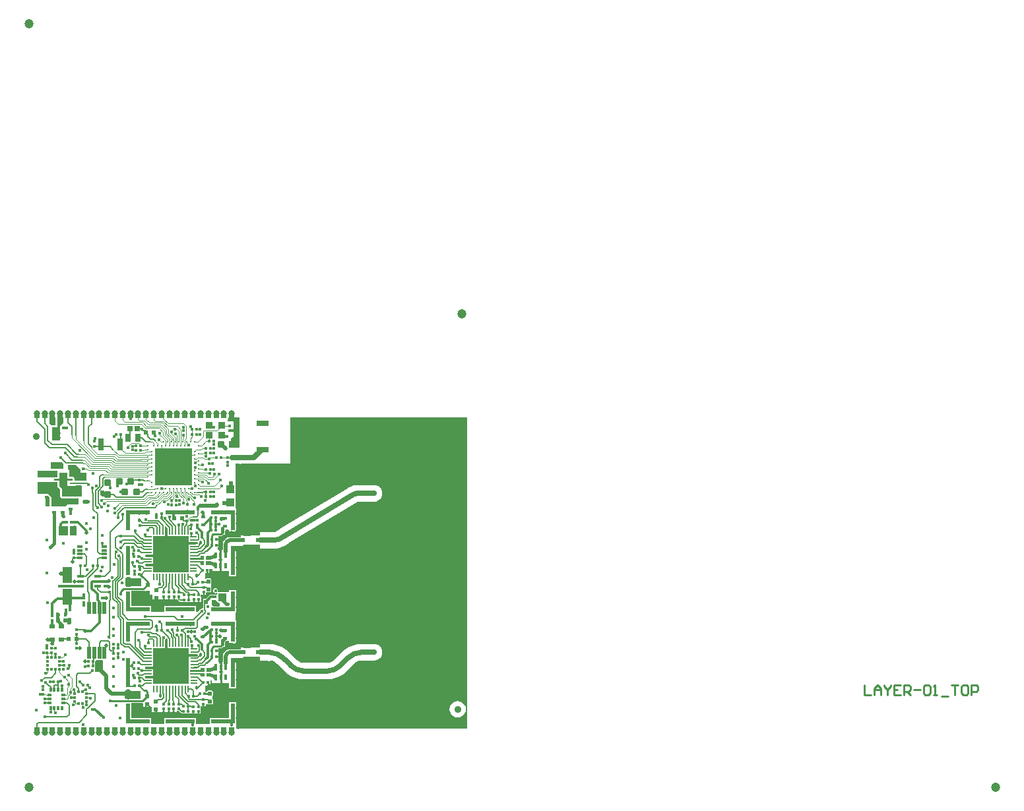
<source format=gtl>
%FSLAX24Y24*%
%MOIN*%
G70*
G01*
G75*
G04 Layer_Physical_Order=1*
G04 Layer_Color=255*
%ADD10C,0.0197*%
%ADD11C,0.0276*%
%ADD12R,0.0315X0.0276*%
%ADD13R,0.0295X0.0591*%
%ADD14R,0.0315X0.0118*%
%ADD15R,0.0394X0.0709*%
%ADD16R,0.0177X0.0098*%
%ADD17R,0.0177X0.0138*%
G04:AMPARAMS|DCode=18|XSize=59.1mil|YSize=17.7mil|CornerRadius=0mil|HoleSize=0mil|Usage=FLASHONLY|Rotation=90.000|XOffset=0mil|YOffset=0mil|HoleType=Round|Shape=RoundedRectangle|*
%AMROUNDEDRECTD18*
21,1,0.0591,0.0177,0,0,90.0*
21,1,0.0591,0.0177,0,0,90.0*
1,1,0.0000,0.0089,0.0295*
1,1,0.0000,0.0089,-0.0295*
1,1,0.0000,-0.0089,-0.0295*
1,1,0.0000,-0.0089,0.0295*
%
%ADD18ROUNDEDRECTD18*%
%ADD19R,0.0118X0.0315*%
%ADD20R,0.0472X0.0787*%
%ADD21R,0.0354X0.0157*%
%ADD22R,0.0189X0.0197*%
%ADD23R,0.0039X0.0039*%
%ADD24R,0.0246X0.1496*%
%ADD25R,0.0246X0.1043*%
%ADD26R,0.1232X0.0246*%
%ADD27R,0.1496X0.0246*%
%ADD28R,0.0177X0.0197*%
%ADD29R,0.0118X0.0118*%
G04:AMPARAMS|DCode=30|XSize=11.8mil|YSize=11.8mil|CornerRadius=0.3mil|HoleSize=0mil|Usage=FLASHONLY|Rotation=270.000|XOffset=0mil|YOffset=0mil|HoleType=Round|Shape=RoundedRectangle|*
%AMROUNDEDRECTD30*
21,1,0.0118,0.0112,0,0,270.0*
21,1,0.0112,0.0118,0,0,270.0*
1,1,0.0006,-0.0056,-0.0056*
1,1,0.0006,-0.0056,0.0056*
1,1,0.0006,0.0056,0.0056*
1,1,0.0006,0.0056,-0.0056*
%
%ADD30ROUNDEDRECTD30*%
%ADD31R,0.1654X0.1654*%
%ADD32R,0.0374X0.0079*%
%ADD33R,0.0079X0.0374*%
G04:AMPARAMS|DCode=34|XSize=39.4mil|YSize=23.6mil|CornerRadius=0.6mil|HoleSize=0mil|Usage=FLASHONLY|Rotation=270.000|XOffset=0mil|YOffset=0mil|HoleType=Round|Shape=RoundedRectangle|*
%AMROUNDEDRECTD34*
21,1,0.0394,0.0224,0,0,270.0*
21,1,0.0382,0.0236,0,0,270.0*
1,1,0.0012,-0.0112,-0.0191*
1,1,0.0012,-0.0112,0.0191*
1,1,0.0012,0.0112,0.0191*
1,1,0.0012,0.0112,-0.0191*
%
%ADD34ROUNDEDRECTD34*%
%ADD35R,0.0118X0.0118*%
%ADD36R,0.0630X0.0315*%
G04:AMPARAMS|DCode=37|XSize=25.2mil|YSize=24mil|CornerRadius=0.6mil|HoleSize=0mil|Usage=FLASHONLY|Rotation=90.000|XOffset=0mil|YOffset=0mil|HoleType=Round|Shape=RoundedRectangle|*
%AMROUNDEDRECTD37*
21,1,0.0252,0.0228,0,0,90.0*
21,1,0.0240,0.0240,0,0,90.0*
1,1,0.0012,0.0114,0.0120*
1,1,0.0012,0.0114,-0.0120*
1,1,0.0012,-0.0114,-0.0120*
1,1,0.0012,-0.0114,0.0120*
%
%ADD37ROUNDEDRECTD37*%
%ADD38R,0.0138X0.0226*%
%ADD39R,0.0226X0.0138*%
%ADD40R,0.0138X0.0148*%
%ADD41R,0.0148X0.0138*%
%ADD42C,0.0354*%
%ADD43R,0.0138X0.0236*%
%ADD44R,0.0295X0.0197*%
%ADD45R,0.0390X0.0430*%
G04:AMPARAMS|DCode=46|XSize=31.5mil|YSize=31.5mil|CornerRadius=0.8mil|HoleSize=0mil|Usage=FLASHONLY|Rotation=180.000|XOffset=0mil|YOffset=0mil|HoleType=Round|Shape=RoundedRectangle|*
%AMROUNDEDRECTD46*
21,1,0.0315,0.0299,0,0,180.0*
21,1,0.0299,0.0315,0,0,180.0*
1,1,0.0016,-0.0150,0.0150*
1,1,0.0016,0.0150,0.0150*
1,1,0.0016,0.0150,-0.0150*
1,1,0.0016,-0.0150,-0.0150*
%
%ADD46ROUNDEDRECTD46*%
G04:AMPARAMS|DCode=47|XSize=19.7mil|YSize=19.7mil|CornerRadius=0.5mil|HoleSize=0mil|Usage=FLASHONLY|Rotation=0.000|XOffset=0mil|YOffset=0mil|HoleType=Round|Shape=RoundedRectangle|*
%AMROUNDEDRECTD47*
21,1,0.0197,0.0187,0,0,0.0*
21,1,0.0187,0.0197,0,0,0.0*
1,1,0.0010,0.0094,-0.0094*
1,1,0.0010,-0.0094,-0.0094*
1,1,0.0010,-0.0094,0.0094*
1,1,0.0010,0.0094,0.0094*
%
%ADD47ROUNDEDRECTD47*%
G04:AMPARAMS|DCode=48|XSize=11.8mil|YSize=11.8mil|CornerRadius=0.3mil|HoleSize=0mil|Usage=FLASHONLY|Rotation=180.000|XOffset=0mil|YOffset=0mil|HoleType=Round|Shape=RoundedRectangle|*
%AMROUNDEDRECTD48*
21,1,0.0118,0.0112,0,0,180.0*
21,1,0.0112,0.0118,0,0,180.0*
1,1,0.0006,-0.0056,0.0056*
1,1,0.0006,0.0056,0.0056*
1,1,0.0006,0.0056,-0.0056*
1,1,0.0006,-0.0056,-0.0056*
%
%ADD48ROUNDEDRECTD48*%
%ADD49R,0.1909X0.1909*%
%ADD50C,0.0108*%
G04:AMPARAMS|DCode=51|XSize=35.4mil|YSize=31.5mil|CornerRadius=0.2mil|HoleSize=0mil|Usage=FLASHONLY|Rotation=180.000|XOffset=0mil|YOffset=0mil|HoleType=Round|Shape=RoundedRectangle|*
%AMROUNDEDRECTD51*
21,1,0.0354,0.0312,0,0,180.0*
21,1,0.0351,0.0315,0,0,180.0*
1,1,0.0003,-0.0176,0.0156*
1,1,0.0003,0.0176,0.0156*
1,1,0.0003,0.0176,-0.0156*
1,1,0.0003,-0.0176,-0.0156*
%
%ADD51ROUNDEDRECTD51*%
G04:AMPARAMS|DCode=52|XSize=19.7mil|YSize=19.7mil|CornerRadius=0.5mil|HoleSize=0mil|Usage=FLASHONLY|Rotation=270.000|XOffset=0mil|YOffset=0mil|HoleType=Round|Shape=RoundedRectangle|*
%AMROUNDEDRECTD52*
21,1,0.0197,0.0187,0,0,270.0*
21,1,0.0187,0.0197,0,0,270.0*
1,1,0.0010,-0.0094,-0.0094*
1,1,0.0010,-0.0094,0.0094*
1,1,0.0010,0.0094,0.0094*
1,1,0.0010,0.0094,-0.0094*
%
%ADD52ROUNDEDRECTD52*%
%ADD53R,0.0197X0.0177*%
G04:AMPARAMS|DCode=54|XSize=31.5mil|YSize=31.5mil|CornerRadius=0.8mil|HoleSize=0mil|Usage=FLASHONLY|Rotation=270.000|XOffset=0mil|YOffset=0mil|HoleType=Round|Shape=RoundedRectangle|*
%AMROUNDEDRECTD54*
21,1,0.0315,0.0299,0,0,270.0*
21,1,0.0299,0.0315,0,0,270.0*
1,1,0.0016,-0.0150,-0.0150*
1,1,0.0016,-0.0150,0.0150*
1,1,0.0016,0.0150,0.0150*
1,1,0.0016,0.0150,-0.0150*
%
%ADD54ROUNDEDRECTD54*%
%ADD55C,0.0472*%
%ADD56C,0.0039*%
%ADD57C,0.0079*%
%ADD58C,0.0060*%
%ADD59C,0.0157*%
%ADD60C,0.0200*%
%ADD61C,0.0118*%
%ADD62C,0.0120*%
%ADD63C,0.0150*%
%ADD64C,0.0059*%
%ADD65C,0.0060*%
%ADD66C,0.0030*%
%ADD67C,0.0080*%
%ADD68C,0.0276*%
%ADD69C,0.0070*%
%ADD70C,0.0100*%
%ADD71C,0.0110*%
%ADD72C,0.0068*%
%ADD73C,0.0130*%
%ADD74C,0.0055*%
%ADD75C,0.0177*%
%ADD76R,0.0433X0.0699*%
%ADD77R,0.0226X0.0157*%
%ADD78R,0.0650X0.0551*%
%ADD79R,0.0512X0.0394*%
%ADD80R,0.0630X0.0433*%
%ADD81R,0.0492X0.0482*%
%ADD82R,0.0364X0.0502*%
%ADD83R,0.0236X0.0404*%
%ADD84R,0.0130X0.0424*%
%ADD85R,0.0185X0.0433*%
%ADD86C,0.0315*%
%ADD87C,0.0276*%
%ADD88C,0.0157*%
%ADD89C,0.0240*%
%ADD90C,0.0200*%
%ADD91C,0.0180*%
%ADD92C,0.0177*%
G36*
X5135Y7841D02*
Y7381D01*
X5105Y7351D01*
X4925D01*
X4855Y7421D01*
Y7801D01*
X4925Y7871D01*
X5105D01*
X5135Y7841D01*
D02*
G37*
G36*
X9429Y6683D02*
X9557Y6555D01*
X9606D01*
X9646Y6516D01*
Y6368D01*
X9331D01*
X9242Y6457D01*
Y6713D01*
X9429D01*
Y6683D01*
D02*
G37*
G36*
X2139Y5758D02*
Y5522D01*
X2070Y5453D01*
X1981D01*
X1922Y5512D01*
Y5758D01*
X1942D01*
X1991Y5807D01*
X2090D01*
X2139Y5758D01*
D02*
G37*
G36*
X8843Y8481D02*
X8669D01*
X8672Y8543D01*
X8659Y8574D01*
X8628Y8587D01*
Y8583D01*
X8129Y8583D01*
X8124Y8585D01*
X8121Y8591D01*
X8122D01*
Y8660D01*
X8843Y8661D01*
Y8481D01*
D02*
G37*
G36*
X9365Y8601D02*
X9475D01*
Y8291D01*
X9365D01*
Y8351D01*
X9322Y8398D01*
X9261Y8444D01*
X9191Y8473D01*
X9115Y8483D01*
Y8481D01*
X8970Y8478D01*
X8943Y8489D01*
X8945Y8491D01*
Y8661D01*
X9115D01*
X9365Y8601D01*
D02*
G37*
G36*
X6995Y10343D02*
Y10157D01*
X6997Y10145D01*
Y9920D01*
X8070D01*
Y9793D01*
Y9635D01*
X8492D01*
X8524Y9596D01*
X8523Y9591D01*
X8532Y9544D01*
X8530Y9537D01*
X8336Y9499D01*
X8070D01*
Y9320D01*
Y9163D01*
Y9005D01*
Y8848D01*
Y8818D01*
X8067Y8811D01*
X8068Y8809D01*
Y8742D01*
X8070Y8736D01*
Y8711D01*
X8070D01*
Y8665D01*
X8068Y8660D01*
Y8592D01*
X8067Y8591D01*
X8070Y8584D01*
Y8533D01*
X8070D01*
Y8396D01*
X8070D01*
Y8218D01*
X8070D01*
Y8111D01*
X6261D01*
Y8218D01*
Y8396D01*
X6036D01*
X6024Y8399D01*
X5907D01*
Y8533D01*
X6261D01*
Y8690D01*
Y8869D01*
X5907D01*
Y9003D01*
X6024D01*
X6036Y9005D01*
X6261D01*
Y9163D01*
Y9320D01*
Y9478D01*
Y9635D01*
Y9793D01*
Y9920D01*
X6861D01*
Y10394D01*
X6861D01*
Y10422D01*
X6899Y10438D01*
X6995Y10343D01*
D02*
G37*
G36*
X9483Y3140D02*
X9373D01*
X9123Y3080D01*
X8953D01*
Y3250D01*
X8951Y3252D01*
X8978Y3263D01*
X9123Y3260D01*
Y3257D01*
X9199Y3267D01*
X9269Y3297D01*
X9330Y3343D01*
X9373Y3390D01*
Y3450D01*
X9483D01*
Y3140D01*
D02*
G37*
G36*
X9373Y2940D02*
X9483D01*
Y2630D01*
X9373D01*
Y2690D01*
X9330Y2737D01*
X9269Y2783D01*
X9199Y2813D01*
X9123Y2822D01*
Y2820D01*
X8978Y2817D01*
X8951Y2828D01*
X8953Y2830D01*
Y3000D01*
X9123D01*
X9373Y2940D01*
D02*
G37*
G36*
X6967Y4764D02*
X6985Y4738D01*
X7005Y4717D01*
Y4260D01*
X8078D01*
Y4132D01*
Y3974D01*
X8500D01*
X8532Y3936D01*
X8531Y3930D01*
X8536Y3903D01*
X8471Y3838D01*
X8078D01*
Y3659D01*
Y3502D01*
Y3344D01*
Y3187D01*
Y3157D01*
X8075Y3150D01*
X8076Y3148D01*
Y3081D01*
X8078Y3075D01*
Y3051D01*
X8078D01*
Y3005D01*
X8076Y2999D01*
Y2932D01*
X8075Y2930D01*
X8078Y2923D01*
Y2872D01*
X8078D01*
Y2736D01*
X8078D01*
Y2557D01*
X8078D01*
Y2450D01*
X6702D01*
Y2458D01*
X6269D01*
Y2557D01*
Y2736D01*
X6044D01*
X6032Y2738D01*
X5859D01*
X5850Y2747D01*
Y2872D01*
X6269D01*
Y3029D01*
Y3208D01*
X5850D01*
Y3344D01*
X6269D01*
Y3502D01*
Y3659D01*
Y3817D01*
Y3974D01*
Y4132D01*
Y4260D01*
X6869D01*
Y4706D01*
X6886Y4717D01*
X6915Y4760D01*
X6916Y4768D01*
X6966Y4768D01*
X6967Y4764D01*
D02*
G37*
G36*
X5176Y2107D02*
Y1769D01*
X5100Y1693D01*
X4900D01*
X4840Y1753D01*
Y2113D01*
X4900Y2173D01*
X5110D01*
X5176Y2107D01*
D02*
G37*
G36*
X8851Y3080D02*
X8130Y3081D01*
Y3150D01*
X8129D01*
X8132Y3156D01*
X8137Y3158D01*
X8636Y3157D01*
Y3154D01*
X8667Y3167D01*
X8680Y3198D01*
X8677Y3260D01*
X8851D01*
Y3080D01*
D02*
G37*
G36*
X3730Y3632D02*
Y3140D01*
X3671Y3081D01*
X3376D01*
X3346Y3110D01*
Y3602D01*
X3396Y3652D01*
X3711D01*
X3730Y3632D01*
D02*
G37*
G36*
X8851Y2820D02*
X8677D01*
X8680Y2882D01*
X8667Y2913D01*
X8636Y2926D01*
Y2923D01*
X8137Y2922D01*
X8132Y2924D01*
X8129Y2930D01*
X8130D01*
Y2999D01*
X8851Y3000D01*
Y2820D01*
D02*
G37*
G36*
X8843Y8741D02*
X8122Y8742D01*
Y8811D01*
X8121D01*
X8124Y8816D01*
X8129Y8819D01*
X8628Y8818D01*
Y8815D01*
X8659Y8828D01*
X8672Y8859D01*
X8669Y8921D01*
X8843D01*
Y8741D01*
D02*
G37*
G36*
X22134Y197D02*
X10472D01*
Y390D01*
X10473D01*
Y1540D01*
X10113D01*
Y740D01*
X9123D01*
Y433D01*
X8443D01*
Y740D01*
X6843D01*
Y433D01*
X6163D01*
Y740D01*
X5173D01*
Y1491D01*
X5738D01*
X5764Y1469D01*
Y1334D01*
X5787Y1309D01*
X6201D01*
Y1030D01*
X7453D01*
Y1099D01*
X7454Y1100D01*
X7489Y1100D01*
X7489Y1100D01*
Y1100D01*
X7557D01*
X7655Y1002D01*
X7682Y985D01*
X7700Y981D01*
Y951D01*
X7901D01*
X7901Y951D01*
Y951D01*
X7918Y951D01*
X7927D01*
X7936D01*
X7953Y951D01*
X7953Y951D01*
Y951D01*
X8154D01*
Y980D01*
X8673D01*
Y1190D01*
X8672Y1191D01*
Y1340D01*
X8673D01*
Y1340D01*
X8933D01*
Y1433D01*
X8985D01*
Y1437D01*
X8998Y1439D01*
X8998D01*
D01*
X9040Y1422D01*
X9227D01*
X9269Y1439D01*
X9287Y1481D01*
Y1668D01*
X9279Y1687D01*
X9281Y1690D01*
X9281D01*
Y1850D01*
X9281D01*
X9278Y1855D01*
X9287Y1875D01*
Y2062D01*
X9269Y2104D01*
X9227Y2121D01*
X9040D01*
X8998Y2104D01*
X8985Y2071D01*
X8981D01*
X8981Y2071D01*
X8981Y2071D01*
X8903D01*
Y2102D01*
X8903D01*
Y2380D01*
X9173D01*
Y2618D01*
X9243D01*
Y2500D01*
X10113D01*
Y2220D01*
X10473D01*
Y3520D01*
X10323D01*
Y3780D01*
X10783D01*
X10843Y3840D01*
X11198D01*
Y3832D01*
X11666D01*
Y3642D01*
X11683Y3639D01*
X12039D01*
X12123Y3605D01*
Y3605D01*
X12149Y3636D01*
X12149Y3636D01*
X12286Y3618D01*
X12427Y3560D01*
X12536Y3476D01*
X12545Y3465D01*
X12724Y3285D01*
X12724Y3285D01*
X12925Y3084D01*
X12925Y3084D01*
X13086Y2947D01*
X13266Y2836D01*
X13461Y2755D01*
X13667Y2706D01*
X13878Y2689D01*
Y2690D01*
X15067D01*
Y2689D01*
X15279Y2706D01*
X15485Y2755D01*
X15681Y2836D01*
X15862Y2947D01*
X16023Y3085D01*
Y3085D01*
Y3086D01*
X16404Y3466D01*
X16404Y3466D01*
X16404Y3466D01*
X16412Y3477D01*
X16522Y3562D01*
X16662Y3620D01*
X16800Y3638D01*
X16813Y3636D01*
X17421D01*
X17530Y3650D01*
X17632Y3692D01*
X17719Y3759D01*
X17785Y3846D01*
X17827Y3948D01*
X17842Y4057D01*
X17827Y4165D01*
X17785Y4267D01*
X17719Y4354D01*
X17632Y4421D01*
X17530Y4463D01*
X17421Y4477D01*
X16813D01*
Y4478D01*
X16591Y4460D01*
X16374Y4408D01*
X16168Y4323D01*
X15978Y4206D01*
X15808Y4062D01*
X15809Y4061D01*
Y4061D01*
X15428Y3680D01*
X15421Y3671D01*
X15324Y3597D01*
X15200Y3545D01*
X15079Y3529D01*
X15067Y3531D01*
X13878D01*
X13867Y3529D01*
X13746Y3545D01*
X13623Y3596D01*
X13527Y3670D01*
X13520Y3679D01*
X13319Y3880D01*
X13319D01*
Y3880D01*
X13140Y4059D01*
Y4060D01*
Y4060D01*
X12970Y4205D01*
X12780Y4322D01*
X12574Y4407D01*
X12357Y4459D01*
X12186Y4472D01*
X12123Y4481D01*
Y4481D01*
X11683D01*
X11666Y4478D01*
Y4288D01*
X11198D01*
Y4280D01*
X10843D01*
X10833Y4290D01*
X10693D01*
X10692Y4211D01*
X10138D01*
Y4211D01*
X10049Y4200D01*
X9965Y4165D01*
X9893Y4110D01*
X9838Y4038D01*
X9804Y3955D01*
X9792Y3865D01*
X9792D01*
Y3570D01*
X9561D01*
Y3728D01*
D01*
Y3728D01*
X9563Y3730D01*
X9563D01*
Y4268D01*
X9694D01*
X9733Y4276D01*
X9766Y4298D01*
X9796Y4327D01*
X9821Y4332D01*
X9834Y4341D01*
X9904D01*
Y4559D01*
X9904D01*
X9904Y4574D01*
X9905Y4575D01*
X9907Y4583D01*
X9959Y4635D01*
X10113D01*
Y4510D01*
X10443D01*
Y4550D01*
X10473D01*
Y5660D01*
X10433D01*
Y6051D01*
X10465D01*
Y7201D01*
X10105D01*
Y7096D01*
X9961D01*
X9961Y7096D01*
X9960Y7096D01*
X9572D01*
X9540Y7134D01*
X9547Y7172D01*
X9537Y7223D01*
X9509Y7265D01*
X9466Y7294D01*
X9416Y7304D01*
X9366Y7294D01*
X9323Y7265D01*
X9295Y7223D01*
X9285Y7172D01*
X9295Y7122D01*
X9323Y7080D01*
X9366Y7051D01*
X9416Y7041D01*
X9466Y7051D01*
X9475Y7057D01*
X9516Y7034D01*
Y6984D01*
X9475Y6962D01*
X9460Y6972D01*
X9410Y6982D01*
X9360Y6972D01*
X9345Y6962D01*
X9170D01*
X9128Y6953D01*
X9113Y6944D01*
X9092Y6929D01*
X9092Y6929D01*
X8930Y6767D01*
X8844D01*
X8801Y6750D01*
X8784Y6708D01*
Y6521D01*
X8785Y6518D01*
Y6285D01*
X8747Y6253D01*
X8725Y6258D01*
X8675Y6248D01*
X8632Y6219D01*
X8604Y6177D01*
X8594Y6126D01*
X8474Y6103D01*
X8435Y6134D01*
Y6401D01*
X6835D01*
Y6102D01*
X6155D01*
Y6411D01*
X5165D01*
Y7149D01*
X5868D01*
Y6959D01*
X6235D01*
Y6731D01*
X7496D01*
X7500Y6710D01*
X7518Y6683D01*
X7568Y6633D01*
X7568Y6633D01*
X7594Y6615D01*
X7625Y6609D01*
X7625Y6609D01*
X7718D01*
Y6582D01*
X7936D01*
Y6582D01*
X7954Y6582D01*
Y6582D01*
X8173D01*
Y6601D01*
X8685D01*
Y6851D01*
X8674D01*
Y6981D01*
X8925D01*
Y7067D01*
X8962Y7091D01*
X9149D01*
X9191Y7109D01*
X9208Y7151D01*
Y7338D01*
X9196Y7368D01*
X9204Y7380D01*
X9204D01*
Y7502D01*
X9204Y7502D01*
X9204D01*
X9196Y7515D01*
X9208Y7544D01*
Y7731D01*
X9191Y7773D01*
X9149Y7791D01*
X8962D01*
X8935Y7780D01*
X8893Y7807D01*
Y8048D01*
D01*
Y8048D01*
X8896Y8051D01*
X9095D01*
Y8278D01*
X9256D01*
Y8176D01*
X10105D01*
Y7891D01*
X10465D01*
Y9171D01*
X10285D01*
Y9431D01*
X10765D01*
X10835Y9501D01*
X11190D01*
Y9492D01*
X11658D01*
Y9304D01*
X11713Y9296D01*
X12353D01*
Y9296D01*
X12538Y9311D01*
X12719Y9354D01*
X12891Y9425D01*
X13050Y9523D01*
X13134Y9594D01*
X16485Y11598D01*
X16526Y11630D01*
X16567Y11661D01*
X16567Y11661D01*
X16574Y11664D01*
X16579Y11666D01*
Y11666D01*
X16582Y11666D01*
X17421D01*
X17530Y11680D01*
X17632Y11722D01*
X17719Y11789D01*
X17785Y11876D01*
X17827Y11978D01*
X17842Y12087D01*
X17827Y12195D01*
X17785Y12297D01*
X17719Y12384D01*
X17632Y12451D01*
X17530Y12493D01*
X17421Y12507D01*
X16579D01*
Y12508D01*
X16411Y12491D01*
X16250Y12442D01*
X16102Y12363D01*
X16036Y12309D01*
X12678Y10302D01*
X12637Y10270D01*
X12596Y10238D01*
X12596Y10238D01*
X12596Y10238D01*
X12596Y10238D01*
X12594Y10236D01*
X12592Y10234D01*
X12590Y10232D01*
X12526Y10182D01*
X12442Y10148D01*
X12358Y10136D01*
X12353Y10137D01*
X11718D01*
X11713Y10138D01*
X11658Y10131D01*
Y9949D01*
X11190D01*
Y9941D01*
X10835D01*
X10815Y9961D01*
X10705D01*
X10705Y9872D01*
X10130D01*
Y9872D01*
X10041Y9860D01*
X9957Y9826D01*
X9885Y9771D01*
X9830Y9699D01*
X9796Y9615D01*
X9784Y9526D01*
X9784D01*
Y9231D01*
X9535D01*
Y9371D01*
X9565D01*
Y9939D01*
X9686D01*
X9725Y9947D01*
X9758Y9969D01*
X9785Y9995D01*
X9813Y10001D01*
X9814Y10002D01*
X9886D01*
Y10092D01*
X9892Y10119D01*
Y10201D01*
X9915Y10235D01*
X9920Y10261D01*
X10069D01*
X10104Y10225D01*
X10104Y10171D01*
X10425Y10169D01*
Y10221D01*
X10455D01*
Y11181D01*
Y11321D01*
D01*
X10433D01*
Y11378D01*
X10442D01*
Y11859D01*
X10433D01*
Y13583D01*
X10630D01*
X10640Y13573D01*
X10683D01*
Y13583D01*
X13189D01*
Y15930D01*
X22134D01*
Y197D01*
D02*
G37*
G36*
X1742Y13573D02*
Y13337D01*
X1112D01*
Y13652D01*
X1663D01*
X1742Y13573D01*
D02*
G37*
G36*
X1437Y12913D02*
X433D01*
Y13238D01*
X1437D01*
Y12913D01*
D02*
G37*
G36*
X1339Y15532D02*
X1132D01*
X1024Y15640D01*
Y15915D01*
X1339D01*
Y15532D01*
D02*
G37*
G36*
X1732Y15906D02*
Y15659D01*
X1604Y15532D01*
X1575Y15502D01*
Y15118D01*
X1417D01*
Y15532D01*
Y15915D01*
X1722D01*
X1732Y15906D01*
D02*
G37*
G36*
X10630Y14400D02*
X10619Y14390D01*
X10108D01*
Y14724D01*
X10315D01*
Y15716D01*
X10030Y15717D01*
Y15836D01*
X10050D01*
Y15930D01*
X10630D01*
Y14400D01*
D02*
G37*
G36*
X2598Y13278D02*
Y12953D01*
X2333D01*
Y12864D01*
X2283D01*
X2205Y12943D01*
X2028D01*
Y12953D01*
Y13258D01*
X1959Y13327D01*
Y13524D01*
X2352D01*
X2598Y13278D01*
D02*
G37*
G36*
X1043Y11870D02*
Y11841D01*
X807D01*
Y11959D01*
X955D01*
X1043Y11870D01*
D02*
G37*
G36*
X1437Y12421D02*
X1565Y12293D01*
Y12067D01*
Y11919D01*
X1654Y11831D01*
X2500D01*
Y11526D01*
X1939D01*
X1850Y11437D01*
X1122D01*
Y11831D01*
Y11900D01*
X955Y12067D01*
X433D01*
Y12677D01*
X1437D01*
Y12421D01*
D02*
G37*
G36*
X9475Y8801D02*
X9365D01*
X9115Y8741D01*
X8945D01*
Y8911D01*
X8943Y8913D01*
X8970Y8924D01*
X9115Y8921D01*
Y8918D01*
X9191Y8928D01*
X9261Y8957D01*
X9322Y9004D01*
X9365Y9051D01*
Y9111D01*
X9475D01*
Y8801D01*
D02*
G37*
G36*
X2205Y12746D02*
X1870D01*
X1860Y12756D01*
Y12844D01*
X2205D01*
Y12746D01*
D02*
G37*
G36*
X1634D02*
X1260D01*
Y12844D01*
X1634D01*
Y12746D01*
D02*
G37*
G36*
X1850Y11929D02*
X1654D01*
Y12323D01*
X1535Y12441D01*
Y12520D01*
X1850D01*
Y11929D01*
D02*
G37*
%LPC*%
G36*
X21650Y1593D02*
X21543Y1579D01*
X21443Y1537D01*
X21357Y1472D01*
X21292Y1386D01*
X21250Y1286D01*
X21236Y1179D01*
X21250Y1072D01*
X21287Y983D01*
X21287D01*
X21287Y983D01*
X21292Y973D01*
X21357Y887D01*
X21443Y821D01*
X21543Y780D01*
X21650Y766D01*
X21757Y780D01*
X21856Y821D01*
X21942Y887D01*
X22008Y973D01*
X22049Y1072D01*
X22063Y1179D01*
X22050Y1280D01*
X22050Y1280D01*
X22050D01*
X22049Y1286D01*
X22008Y1386D01*
X21942Y1472D01*
X21856Y1537D01*
X21757Y1579D01*
X21650Y1593D01*
D02*
G37*
%LPD*%
D10*
X10138Y4060D02*
G03*
X9943Y3865I0J-195D01*
G01*
X10130Y9721D02*
G03*
X9935Y9526I0J-195D01*
G01*
X10285Y14591D02*
G03*
X10295Y14567I34J0D01*
G01*
X3903Y2239D02*
X4173Y1969D01*
X3533Y3238D02*
X3903Y2869D01*
Y2239D02*
Y2869D01*
X4173Y1969D02*
X4537D01*
X2789Y11673D02*
X2963D01*
X1585Y8022D02*
X1900D01*
X3701Y12047D02*
Y12126D01*
X9705Y14567D02*
X9921Y14350D01*
X9943Y3485D02*
Y3865D01*
X10138Y4060D02*
X10783D01*
X9935Y9146D02*
Y9526D01*
X10130Y9721D02*
X10765D01*
X3701Y12047D02*
X3720Y12028D01*
X3976D01*
X10285Y14591D02*
Y14843D01*
X9469Y11476D02*
X9508Y11516D01*
X8622Y11476D02*
X9469D01*
D11*
X12135Y4055D02*
G03*
X12123Y4060I-12J-12D01*
G01*
X12353Y9717D02*
G03*
X12894Y9941I0J765D01*
G01*
X16579Y12087D02*
G03*
X16270Y11959I0J-437D01*
G01*
X13223Y3382D02*
G03*
X13878Y3110I655J655D01*
G01*
X12842Y3762D02*
G03*
X12135Y4055I-707J-707D01*
G01*
X15067Y3110D02*
G03*
X15725Y3383I0J931D01*
G01*
X16813Y4057D02*
G03*
X16106Y3764I0J-1000D01*
G01*
X16813Y4057D02*
X17421D01*
X11713Y9717D02*
Y9717D01*
X16579Y12087D02*
X17421D01*
X11683Y4060D02*
X12123D01*
X11713Y9717D02*
X12353D01*
X12894Y9941D02*
X12894Y9941D01*
X16270Y11959D01*
X13022Y3583D02*
X13223Y3382D01*
X12842Y3762D02*
X13022Y3583D01*
X15725Y3383D02*
X16106Y3764D01*
X13878Y3110D02*
X15067D01*
D12*
X3543Y16024D02*
D03*
X8268Y118D02*
D03*
X5906Y16024D02*
D03*
X4331D02*
D03*
X7874Y118D02*
D03*
X7480D02*
D03*
X7087D02*
D03*
X6693D02*
D03*
X9843D02*
D03*
X9449D02*
D03*
X9055D02*
D03*
X8661D02*
D03*
X1969D02*
D03*
X2362D02*
D03*
X1575D02*
D03*
X9055Y16024D02*
D03*
X8661D02*
D03*
X8268D02*
D03*
X7874D02*
D03*
X1181Y118D02*
D03*
X787D02*
D03*
X1969Y16024D02*
D03*
X3150D02*
D03*
X3543Y118D02*
D03*
X10236D02*
D03*
Y16024D02*
D03*
X5118Y118D02*
D03*
X1575Y16024D02*
D03*
X5118D02*
D03*
X5512D02*
D03*
X3937D02*
D03*
X6693D02*
D03*
X6299D02*
D03*
X3150Y118D02*
D03*
X4724D02*
D03*
X3937D02*
D03*
X5512D02*
D03*
X4331D02*
D03*
X9449Y16024D02*
D03*
X9843D02*
D03*
X6299Y118D02*
D03*
X5906D02*
D03*
X7087Y16024D02*
D03*
X7480D02*
D03*
X394Y118D02*
D03*
Y16024D02*
D03*
X787D02*
D03*
X2362D02*
D03*
X4724D02*
D03*
X2756D02*
D03*
X2756Y118D02*
D03*
X1181Y16024D02*
D03*
D13*
X3622Y14567D02*
D03*
X4587D02*
D03*
D14*
X3799Y8819D02*
D03*
Y9016D02*
D03*
Y9213D02*
D03*
Y9409D02*
D03*
X2579D02*
D03*
Y9213D02*
D03*
Y9016D02*
D03*
Y8819D02*
D03*
D15*
X1732Y12795D02*
D03*
D16*
X2116Y12598D02*
D03*
Y12795D02*
D03*
Y12992D02*
D03*
X1348Y12598D02*
D03*
Y12795D02*
D03*
D17*
Y13012D02*
D03*
D18*
X3041Y6299D02*
D03*
X3297D02*
D03*
X3553D02*
D03*
X3809D02*
D03*
Y4016D02*
D03*
X3553D02*
D03*
X3297D02*
D03*
X3041D02*
D03*
D19*
X9427Y2784D02*
D03*
X9683D02*
D03*
X9939D02*
D03*
X9427Y3296D02*
D03*
X9683D02*
D03*
X9939D02*
D03*
X9931Y8957D02*
D03*
X9675D02*
D03*
X9419D02*
D03*
X9931Y8445D02*
D03*
X9675D02*
D03*
X9419D02*
D03*
D20*
X1929Y7963D02*
D03*
Y6860D02*
D03*
D21*
X2598Y7638D02*
D03*
X3465Y7894D02*
D03*
X3465Y7382D02*
D03*
X2598Y7894D02*
D03*
X2598Y7382D02*
D03*
X3465Y7638D02*
D03*
D22*
X11571Y4060D02*
D03*
X10815D02*
D03*
X10807Y9721D02*
D03*
X11563D02*
D03*
D23*
X11193Y3760D02*
D03*
Y4360D02*
D03*
X11185Y10021D02*
D03*
Y9421D02*
D03*
D24*
X10285Y8693D02*
D03*
X4986Y8686D02*
D03*
X10293Y3032D02*
D03*
X4994Y3025D02*
D03*
D25*
X4986Y10745D02*
D03*
Y6627D02*
D03*
X10285D02*
D03*
Y10745D02*
D03*
X4994Y5084D02*
D03*
Y966D02*
D03*
X10293D02*
D03*
Y5084D02*
D03*
D26*
X5482Y11146D02*
D03*
Y6225D02*
D03*
X9789D02*
D03*
Y11146D02*
D03*
X5490Y5486D02*
D03*
Y564D02*
D03*
X9797D02*
D03*
Y5486D02*
D03*
D27*
X7635Y11146D02*
D03*
Y6225D02*
D03*
X7643Y5486D02*
D03*
Y564D02*
D03*
D28*
X1650Y13425D02*
D03*
X2050D02*
D03*
X1444Y5955D02*
D03*
X1844D02*
D03*
X2389Y11673D02*
D03*
X2789D02*
D03*
D29*
X8636Y1962D02*
D03*
X8872D02*
D03*
X9021Y2910D02*
D03*
X8785D02*
D03*
Y3170D02*
D03*
X9021D02*
D03*
X9013Y8571D02*
D03*
X8777D02*
D03*
Y8831D02*
D03*
X9013D02*
D03*
X5297Y9188D02*
D03*
X5533D02*
D03*
X6683Y10856D02*
D03*
X6447D02*
D03*
X5573Y8011D02*
D03*
X5337D02*
D03*
X5533Y8888D02*
D03*
X5297D02*
D03*
X7827Y6961D02*
D03*
X8063D02*
D03*
X9011Y8188D02*
D03*
X8774D02*
D03*
X7827Y6691D02*
D03*
X8063D02*
D03*
X8017Y7491D02*
D03*
X8253D02*
D03*
X9197Y10221D02*
D03*
X9433D02*
D03*
Y10541D02*
D03*
X9197D02*
D03*
Y10861D02*
D03*
X9433D02*
D03*
X9473Y9481D02*
D03*
X9237D02*
D03*
Y9781D02*
D03*
X9473D02*
D03*
X10013Y10111D02*
D03*
X9777D02*
D03*
X5572Y8388D02*
D03*
X5335D02*
D03*
X5541Y3530D02*
D03*
X5305D02*
D03*
X6454Y5178D02*
D03*
X6690D02*
D03*
X5335Y2350D02*
D03*
X5572D02*
D03*
X7730Y5178D02*
D03*
X7493D02*
D03*
X5305Y3230D02*
D03*
X5541D02*
D03*
X8045Y1328D02*
D03*
X7809D02*
D03*
X8783Y2528D02*
D03*
X9019D02*
D03*
X8045Y1060D02*
D03*
X7809D02*
D03*
X8302Y1840D02*
D03*
X8065D02*
D03*
X9452Y4550D02*
D03*
X9215D02*
D03*
Y4870D02*
D03*
X9452D02*
D03*
Y5190D02*
D03*
X9215D02*
D03*
X9245Y3830D02*
D03*
X9481D02*
D03*
Y4130D02*
D03*
X9245D02*
D03*
X9795Y4450D02*
D03*
X10031D02*
D03*
X5345Y2750D02*
D03*
X5581D02*
D03*
X8763Y7601D02*
D03*
X8527D02*
D03*
D30*
X1174Y5890D02*
D03*
Y5665D02*
D03*
X1142Y4016D02*
D03*
Y4252D02*
D03*
X906D02*
D03*
Y4016D02*
D03*
X2402Y4967D02*
D03*
Y5191D02*
D03*
Y4258D02*
D03*
Y4482D02*
D03*
X3297Y14478D02*
D03*
Y14715D02*
D03*
X5551Y12520D02*
D03*
Y12756D02*
D03*
X10118Y15276D02*
D03*
Y15512D02*
D03*
X10039Y13898D02*
D03*
Y13661D02*
D03*
X9094Y13583D02*
D03*
Y13819D02*
D03*
X2756Y6811D02*
D03*
Y6575D02*
D03*
X7795Y15276D02*
D03*
Y15039D02*
D03*
X2264Y9055D02*
D03*
Y8819D02*
D03*
X3819Y7638D02*
D03*
Y7402D02*
D03*
X709Y2165D02*
D03*
Y1929D02*
D03*
D31*
X7173Y3355D02*
D03*
X7165Y9016D02*
D03*
D32*
X8315Y2489D02*
D03*
X8315Y2646D02*
D03*
X8315Y2804D02*
D03*
Y3276D02*
D03*
Y3434D02*
D03*
Y3591D02*
D03*
Y3749D02*
D03*
Y3906D02*
D03*
Y4064D02*
D03*
Y4221D02*
D03*
X6032Y4221D02*
D03*
Y4064D02*
D03*
Y3906D02*
D03*
Y3749D02*
D03*
Y3591D02*
D03*
Y3434D02*
D03*
Y3276D02*
D03*
Y3119D02*
D03*
Y2961D02*
D03*
Y2804D02*
D03*
Y2646D02*
D03*
Y2489D02*
D03*
X8315Y3119D02*
D03*
X8315Y2961D02*
D03*
X8307Y8622D02*
D03*
X8307Y8780D02*
D03*
X6024Y8150D02*
D03*
Y8307D02*
D03*
Y8465D02*
D03*
Y8622D02*
D03*
Y8780D02*
D03*
Y8937D02*
D03*
Y9094D02*
D03*
Y9252D02*
D03*
Y9409D02*
D03*
Y9567D02*
D03*
Y9724D02*
D03*
Y9882D02*
D03*
X8307Y9882D02*
D03*
Y9724D02*
D03*
Y9567D02*
D03*
Y9409D02*
D03*
Y9252D02*
D03*
Y9094D02*
D03*
Y8937D02*
D03*
Y8465D02*
D03*
X8307Y8307D02*
D03*
X8307Y8150D02*
D03*
D33*
X6307Y4497D02*
D03*
X6465D02*
D03*
X6622D02*
D03*
X6780D02*
D03*
X6937D02*
D03*
X7095D02*
D03*
X7252D02*
D03*
X7410D02*
D03*
X7567D02*
D03*
X7725D02*
D03*
X7882D02*
D03*
X8040D02*
D03*
Y2213D02*
D03*
X7882D02*
D03*
X7725D02*
D03*
X7567D02*
D03*
X7410D02*
D03*
X7252D02*
D03*
X7095D02*
D03*
X6937D02*
D03*
X6780D02*
D03*
X6622D02*
D03*
X6465D02*
D03*
X6307D02*
D03*
X6299Y7874D02*
D03*
X6457D02*
D03*
X6614D02*
D03*
X6772D02*
D03*
X6929D02*
D03*
X7087D02*
D03*
X7244D02*
D03*
X7402D02*
D03*
X7559D02*
D03*
X7717D02*
D03*
X7874D02*
D03*
X8031D02*
D03*
Y10157D02*
D03*
X7874D02*
D03*
X7717D02*
D03*
X7559D02*
D03*
X7402D02*
D03*
X7244D02*
D03*
X7087D02*
D03*
X6929D02*
D03*
X6772D02*
D03*
X6614D02*
D03*
X6457D02*
D03*
X6299D02*
D03*
D34*
X4990Y14911D02*
D03*
X5482D02*
D03*
D35*
X9449Y13898D02*
D03*
X9685D02*
D03*
X8033Y4852D02*
D03*
Y5088D02*
D03*
X8565Y6723D02*
D03*
Y6959D02*
D03*
X8815Y7319D02*
D03*
Y7083D02*
D03*
X8315Y6723D02*
D03*
Y6959D02*
D03*
X7065Y7109D02*
D03*
Y6873D02*
D03*
X7325D02*
D03*
Y7109D02*
D03*
X7953Y10935D02*
D03*
Y10699D02*
D03*
X8484Y10728D02*
D03*
Y10492D02*
D03*
X8189Y10728D02*
D03*
Y10492D02*
D03*
X8563Y1299D02*
D03*
Y1063D02*
D03*
X8813Y1432D02*
D03*
Y1668D02*
D03*
X8313Y1299D02*
D03*
Y1063D02*
D03*
X7063Y1209D02*
D03*
Y1446D02*
D03*
X7313D02*
D03*
Y1209D02*
D03*
X8363Y4852D02*
D03*
Y5088D02*
D03*
X6803Y7106D02*
D03*
Y6870D02*
D03*
X7575Y6873D02*
D03*
Y7109D02*
D03*
X6811Y1209D02*
D03*
Y1446D02*
D03*
X7563D02*
D03*
Y1209D02*
D03*
D36*
X748Y12520D02*
D03*
Y13071D02*
D03*
X11811Y14291D02*
D03*
Y15630D02*
D03*
D37*
X5089Y15354D02*
D03*
X5463D02*
D03*
D38*
X1673Y2151D02*
D03*
X1476D02*
D03*
X1280D02*
D03*
X1083D02*
D03*
X1673Y1235D02*
D03*
X1476D02*
D03*
X1280D02*
D03*
X1083D02*
D03*
D39*
X1019Y1693D02*
D03*
Y1496D02*
D03*
Y1890D02*
D03*
X1737Y1496D02*
D03*
Y1890D02*
D03*
Y1693D02*
D03*
D40*
X945Y3184D02*
D03*
X1142Y3184D02*
D03*
X1339D02*
D03*
X1535D02*
D03*
Y3784D02*
D03*
X1339D02*
D03*
X1142D02*
D03*
X945D02*
D03*
X2500Y1471D02*
D03*
X2697D02*
D03*
Y2072D02*
D03*
X2500D02*
D03*
D41*
X1540Y3386D02*
D03*
Y3583D02*
D03*
X940D02*
D03*
Y3386D02*
D03*
X2899Y1575D02*
D03*
Y1772D02*
D03*
Y1969D02*
D03*
X2298D02*
D03*
Y1772D02*
D03*
Y1575D02*
D03*
D42*
X21654Y1181D02*
D03*
X354Y14961D02*
D03*
D43*
X1250Y15669D02*
D03*
X1506D02*
D03*
D44*
X1634Y5364D02*
D03*
Y4695D02*
D03*
X1181D02*
D03*
Y5364D02*
D03*
D45*
X9764Y7500D02*
D03*
Y6831D02*
D03*
X5455Y7595D02*
D03*
Y6926D02*
D03*
X10177Y12293D02*
D03*
Y11624D02*
D03*
X5443Y1240D02*
D03*
Y1909D02*
D03*
D46*
X1998Y12106D02*
D03*
X1407D02*
D03*
X5148Y12687D02*
D03*
X4557D02*
D03*
X5423Y12175D02*
D03*
X4833D02*
D03*
X9705Y14567D02*
D03*
X10295D02*
D03*
D47*
X2402Y4724D02*
D03*
X2008D02*
D03*
X7323Y10837D02*
D03*
X7717D02*
D03*
X8937Y6614D02*
D03*
X9331D02*
D03*
X5906Y15157D02*
D03*
X6299D02*
D03*
X1844Y5659D02*
D03*
X1450D02*
D03*
D48*
X2717Y2392D02*
D03*
X2953D02*
D03*
X1502Y15394D02*
D03*
X1726D02*
D03*
X7441Y11506D02*
D03*
X7205D02*
D03*
X4252Y4281D02*
D03*
X4488D02*
D03*
Y4006D02*
D03*
X4252D02*
D03*
X1781Y3386D02*
D03*
X2018D02*
D03*
X1220Y2559D02*
D03*
X1457D02*
D03*
X2614Y8415D02*
D03*
X2839D02*
D03*
X8228Y15315D02*
D03*
X8465D02*
D03*
X4409Y15079D02*
D03*
X4646D02*
D03*
X5630Y14262D02*
D03*
X5394D02*
D03*
X9094Y14724D02*
D03*
X9331D02*
D03*
X9173Y14134D02*
D03*
X8937D02*
D03*
X1211Y11732D02*
D03*
X974D02*
D03*
X8465Y15079D02*
D03*
X8228D02*
D03*
X8937Y12165D02*
D03*
X9173D02*
D03*
X3701Y6811D02*
D03*
X3465D02*
D03*
X8937Y11929D02*
D03*
X9173D02*
D03*
Y13307D02*
D03*
X8937D02*
D03*
X7205Y11722D02*
D03*
X7441D02*
D03*
X9173Y14370D02*
D03*
X8937D02*
D03*
X5630Y14498D02*
D03*
X5394D02*
D03*
X3008Y3583D02*
D03*
X3232D02*
D03*
X2998Y3356D02*
D03*
X3222D02*
D03*
X3234Y8415D02*
D03*
X3459D02*
D03*
X1896Y10354D02*
D03*
X2120D02*
D03*
X1856Y6201D02*
D03*
X2081D02*
D03*
X1896Y10620D02*
D03*
X2120D02*
D03*
D49*
X7283Y13425D02*
D03*
D50*
X8366Y12146D02*
D03*
X8169D02*
D03*
X7972D02*
D03*
X7776D02*
D03*
X7579D02*
D03*
X7382D02*
D03*
X7185D02*
D03*
X6988D02*
D03*
X6791D02*
D03*
X6594D02*
D03*
X6398D02*
D03*
X6201D02*
D03*
X8563Y12343D02*
D03*
X8071D02*
D03*
X7874D02*
D03*
X7677D02*
D03*
X7480D02*
D03*
X7283D02*
D03*
X7087D02*
D03*
X6890D02*
D03*
X6496D02*
D03*
X6201Y12441D02*
D03*
X8563Y12539D02*
D03*
X8366Y12638D02*
D03*
X6201D02*
D03*
X8563Y12736D02*
D03*
X6004D02*
D03*
X8366Y12835D02*
D03*
X8563Y12933D02*
D03*
X6004D02*
D03*
X8366Y13032D02*
D03*
X6201D02*
D03*
X8563Y13130D02*
D03*
X6004D02*
D03*
X8366Y13228D02*
D03*
X6201D02*
D03*
X8563Y13327D02*
D03*
X6004D02*
D03*
X6201Y13425D02*
D03*
X8563Y13524D02*
D03*
X6004D02*
D03*
X6201Y13622D02*
D03*
X8563Y13720D02*
D03*
X6004D02*
D03*
X8366Y13819D02*
D03*
X6201D02*
D03*
X6004Y13917D02*
D03*
X8366Y14016D02*
D03*
X6201D02*
D03*
X8563Y14114D02*
D03*
X6201Y14213D02*
D03*
X6004Y14311D02*
D03*
X8366Y14213D02*
D03*
X8563Y14508D02*
D03*
X7874D02*
D03*
X7677D02*
D03*
X7480D02*
D03*
X7283D02*
D03*
X7087D02*
D03*
X6890D02*
D03*
X6693D02*
D03*
X6496D02*
D03*
X6299D02*
D03*
X6004D02*
D03*
X8366Y14705D02*
D03*
X7972D02*
D03*
X7776D02*
D03*
X7579D02*
D03*
X7382D02*
D03*
X7185D02*
D03*
X6988D02*
D03*
X6791D02*
D03*
X8169D02*
D03*
D51*
X9734Y15522D02*
D03*
X9085D02*
D03*
Y15030D02*
D03*
X9734D02*
D03*
D52*
X9134Y1575D02*
D03*
Y1969D02*
D03*
X9055Y7638D02*
D03*
Y7244D02*
D03*
X5985Y7468D02*
D03*
Y7074D02*
D03*
X6415Y6814D02*
D03*
Y7208D02*
D03*
X5973Y1423D02*
D03*
Y1817D02*
D03*
X6411Y1574D02*
D03*
Y1181D02*
D03*
D53*
X2087Y11296D02*
D03*
Y11696D02*
D03*
X1270Y11148D02*
D03*
Y11548D02*
D03*
X1703D02*
D03*
Y11148D02*
D03*
X8789Y10889D02*
D03*
Y10489D02*
D03*
X9903Y10438D02*
D03*
Y10838D02*
D03*
X8761Y5228D02*
D03*
Y4828D02*
D03*
X9911Y4778D02*
D03*
Y5178D02*
D03*
D54*
X3976Y12028D02*
D03*
Y12618D02*
D03*
X2500Y12333D02*
D03*
Y12923D02*
D03*
D55*
X0Y-2756D02*
D03*
X21860Y21181D02*
D03*
X0Y35827D02*
D03*
X48819Y-2756D02*
D03*
D56*
X8917Y13966D02*
X8937Y13986D01*
Y14134D01*
X8856Y13818D02*
X9093D01*
X9094Y13819D01*
X8780Y13539D02*
Y13543D01*
X8776Y13898D02*
X8856Y13818D01*
X8543Y13898D02*
X8776D01*
X8465Y13819D02*
X8543Y13898D01*
X8681Y14291D02*
X8760Y14370D01*
X8445Y14291D02*
X8681D01*
X8366Y14213D02*
X8445Y14291D01*
X8760Y14370D02*
X8937D01*
X8563Y14114D02*
X8799D01*
X1535Y3784D02*
X1693D01*
X1831Y3922D02*
Y3927D01*
X1693Y3784D02*
X1831Y3922D01*
X2165Y2293D02*
Y2746D01*
X2087Y2215D02*
X2165Y2293D01*
X2087Y2018D02*
Y2215D01*
X8060Y10728D02*
Y10822D01*
X8031Y10699D02*
X8060Y10728D01*
X7953Y10699D02*
X8031D01*
X2451Y13927D02*
X2805D01*
X2539Y14065D02*
X2825D01*
X1929Y2254D02*
X2008Y2333D01*
X1929Y1929D02*
Y2254D01*
X2008Y2333D02*
Y2431D01*
Y2579D01*
X2008Y2904D02*
X2165Y2746D01*
X1791Y2795D02*
X2008Y2579D01*
X1535Y3031D02*
Y3184D01*
Y3031D02*
X1772Y2795D01*
X1791D01*
X2244Y1388D02*
X2254D01*
X2338Y1471D01*
X4232Y14311D02*
X4523Y14021D01*
X3150Y14370D02*
Y14439D01*
X7205Y11722D02*
Y11732D01*
Y11506D02*
Y11722D01*
X7785Y11805D02*
X7790Y11800D01*
X8275Y11909D02*
X8347D01*
X8165Y12019D02*
X8275Y11909D01*
X8099Y12019D02*
X8165D01*
X7972Y12146D02*
X8099Y12019D01*
X8347Y11909D02*
X8376Y11881D01*
X8601Y12029D02*
X8701Y11929D01*
X8286Y12029D02*
X8601D01*
X8169Y12146D02*
X8286Y12029D01*
X8071Y11732D02*
Y11791D01*
X8023Y11839D02*
X8071Y11791D01*
X8021Y11839D02*
X8023D01*
X7776Y12084D02*
X8021Y11839D01*
X7776Y12084D02*
Y12146D01*
X6496Y11643D02*
X6504Y11651D01*
X7790Y11654D02*
Y11800D01*
X6467Y11496D02*
X6476D01*
X6357Y11643D02*
X6496D01*
X6191Y11732D02*
X6455D01*
X6280Y11565D02*
X6357Y11643D01*
X6870Y12028D02*
X6988Y12146D01*
X5945Y11486D02*
X6191Y11732D01*
X5020Y11486D02*
X5945D01*
X5866Y11585D02*
X6103Y11822D01*
X4577Y11585D02*
X5866D01*
X5827Y11693D02*
X6045Y11911D01*
X3920Y11693D02*
X5827D01*
X5787Y11791D02*
X6004Y12008D01*
X3720Y11791D02*
X5787D01*
X6045Y11911D02*
X6360D01*
X6004Y12008D02*
X6260D01*
X3661Y11732D02*
X3720Y11791D01*
X3800Y11574D02*
X3920Y11693D01*
X4331Y11339D02*
X4577Y11585D01*
X8140Y10906D02*
X8258D01*
X8066Y10832D02*
X8140Y10906D01*
X8066Y10828D02*
Y10832D01*
X8060Y10822D02*
X8066Y10828D01*
X1978Y1851D02*
X2087Y1960D01*
Y2018D01*
X2087Y2018D02*
X2087Y2018D01*
X1978Y1751D02*
Y1851D01*
X1919Y1693D02*
X1978Y1751D01*
X1737Y1693D02*
X1919D01*
X9026Y12795D02*
X9331D01*
X8888Y12933D02*
X9026Y12795D01*
X8563Y12933D02*
X8888D01*
X9331Y12795D02*
X9606Y13071D01*
X6360Y11911D02*
X6594Y12146D01*
X6260Y12008D02*
X6398Y12146D01*
X3839Y12933D02*
X6004D01*
X3337Y13868D02*
X4242D01*
X4321Y13622D02*
X5866D01*
X4173Y13770D02*
X4321Y13622D01*
X3278Y13770D02*
X4173D01*
X4203Y13425D02*
X5866D01*
X4065Y13563D02*
X4203Y13425D01*
X3169Y13563D02*
X4065D01*
X4144Y13327D02*
X6004D01*
X4006Y13465D02*
X4144Y13327D01*
X3110Y13465D02*
X4006D01*
X4075Y13228D02*
X5827D01*
X3938Y13365D02*
X4075Y13228D01*
X3071Y13365D02*
X3938D01*
X3986Y13130D02*
X6004D01*
X3848Y13268D02*
X3986Y13130D01*
X2992Y13268D02*
X3848D01*
X3455Y14065D02*
X4349D01*
X3150Y14370D02*
X3455Y14065D01*
X2362Y14843D02*
X3337Y13868D01*
X3396Y13967D02*
X4301D01*
X2756Y14606D02*
X3396Y13967D01*
X4124Y13671D02*
X4272Y13524D01*
X3219Y13671D02*
X4124D01*
X2825Y14065D02*
X3219Y13671D01*
X2165Y14882D02*
X3278Y13770D01*
X2805Y13927D02*
X3169Y13563D01*
X4390Y13720D02*
X6004D01*
X4272Y13524D02*
X6004D01*
X5900Y14187D02*
X6067D01*
X7185Y15106D02*
X7382Y14909D01*
X7185Y15106D02*
Y15188D01*
X7382Y14705D02*
Y14909D01*
X6718Y15653D02*
X7037Y15334D01*
Y15126D02*
Y15334D01*
X7125Y15039D02*
X7274Y14891D01*
X7124Y15039D02*
X7125D01*
X7037Y15126D02*
X7124Y15039D01*
X6852Y15058D02*
Y15235D01*
X7402Y15118D02*
X7480Y15039D01*
X6852Y15058D02*
X7050Y14861D01*
X7185Y14705D02*
Y14854D01*
X7087Y14803D02*
Y14825D01*
X7051Y14861D02*
X7087Y14825D01*
X7050Y14861D02*
X7051D01*
X7087Y14950D02*
X7088D01*
X7185Y14854D01*
X7274Y14813D02*
Y14891D01*
X7402Y15099D02*
Y15118D01*
X6670Y15563D02*
X6948Y15286D01*
Y15089D02*
Y15286D01*
Y15089D02*
X7087Y14950D01*
X6772Y15748D02*
X7037Y15482D01*
X7667Y15255D02*
Y15306D01*
X7490Y15482D02*
X7667Y15306D01*
X7037Y15482D02*
X7490D01*
X7480Y15316D02*
X7579Y15217D01*
Y14902D02*
Y15217D01*
Y14902D02*
X7579Y14902D01*
X7185Y14705D02*
X7185Y14705D01*
X6850Y15237D02*
Y15246D01*
Y15219D02*
Y15237D01*
X6852Y15235D01*
X6622Y15474D02*
X6850Y15246D01*
X6761Y15020D02*
X6988Y14793D01*
X6761Y15020D02*
Y15055D01*
X6558Y15385D02*
X6763Y15180D01*
Y15057D02*
Y15180D01*
X6761Y15055D02*
X6763Y15057D01*
X6988Y14705D02*
Y14793D01*
X6694Y14959D02*
X6732Y14921D01*
X6685Y14959D02*
X6694D01*
X6496Y14508D02*
Y14606D01*
X6378Y14724D02*
X6496Y14606D01*
X6378Y14724D02*
Y14764D01*
X6299Y14508D02*
Y14606D01*
X6220Y14685D02*
X6299Y14606D01*
X6142Y14685D02*
X6220D01*
X7808Y15630D02*
X7944Y15495D01*
X7016Y15630D02*
X7808D01*
X6809Y15837D02*
X7016Y15630D01*
X8789Y15246D02*
X8819Y15276D01*
X8789Y14970D02*
Y15246D01*
X8524Y14705D02*
X8789Y14970D01*
X8150Y15393D02*
Y15454D01*
Y15393D02*
X8228Y15315D01*
X8169Y14882D02*
X8228Y14941D01*
X8228Y15079D02*
Y15315D01*
X8228Y15079D02*
X8228Y15079D01*
X8228Y14941D02*
Y15079D01*
X9055Y12608D02*
Y12628D01*
X8848Y12835D02*
X9055Y12628D01*
X8711Y12835D02*
X8848D01*
X9587Y12343D02*
X9725Y12481D01*
X8563Y12539D02*
X8643Y12460D01*
X8898Y11732D02*
X8937Y11772D01*
X9350Y12460D02*
X9666Y12776D01*
X9725Y12481D02*
X9735D01*
X9666Y12776D02*
Y12776D01*
X8937Y11772D02*
Y12097D01*
X9252Y12913D02*
X9370Y13032D01*
X9055Y12913D02*
X9252D01*
X8937Y13032D02*
X9055Y12913D01*
X8366Y12146D02*
X8514D01*
X10039Y13898D02*
X10394D01*
X6014Y12293D02*
X6309D01*
X6358Y12343D01*
X2825Y13346D02*
X2913D01*
X2756Y13583D02*
X2853D01*
X2697Y13780D02*
X2795D01*
X5256Y12756D02*
X5315D01*
X5856Y12736D02*
X6004D01*
X2165Y14882D02*
Y15049D01*
X2362Y14843D02*
Y15020D01*
X2756Y14606D02*
Y14774D01*
X925Y4409D02*
X925Y4409D01*
X906Y4252D02*
Y4409D01*
X1142Y4252D02*
X1319D01*
X9803Y14961D02*
X9872D01*
X3780Y13032D02*
X5906D01*
X827Y2992D02*
X886D01*
X945Y3051D01*
Y3184D01*
X4496Y13917D02*
X6004D01*
X6067Y14187D02*
X6093Y14213D01*
X6201D01*
X4646Y14469D02*
Y14646D01*
X3701Y14449D02*
Y14724D01*
X1280Y1043D02*
X1339Y984D01*
X1280Y1043D02*
Y1235D01*
X2899Y1772D02*
X3071D01*
X2697Y1280D02*
X2717Y1260D01*
X2697Y1280D02*
Y1471D01*
X1890Y1890D02*
X1929Y1929D01*
X1850Y1890D02*
X1890D01*
X1850Y1890D02*
X1850Y1890D01*
X1737Y1890D02*
X1850D01*
X1083Y1043D02*
X1102Y1024D01*
X1083Y1043D02*
Y1235D01*
X551Y1929D02*
X709D01*
X2298Y1575D02*
X2338Y1535D01*
Y1471D02*
Y1535D01*
Y1471D02*
X2500D01*
X709Y1929D02*
X827D01*
X866Y1890D01*
X1019D01*
X709Y2165D02*
Y2323D01*
X748Y4016D02*
X906D01*
X1142D01*
X945Y3784D02*
X945Y3784D01*
X945Y3784D02*
Y3898D01*
X1142Y3784D02*
Y4016D01*
X906Y3937D02*
X945Y3898D01*
X906Y3937D02*
Y4016D01*
X7441Y11486D02*
X7589D01*
X7441Y11722D02*
X7598D01*
X8228Y12323D02*
X8268D01*
X8366Y12500D02*
X8386Y12480D01*
X8366Y12500D02*
Y12638D01*
X7480Y11929D02*
Y12047D01*
X7480Y12047D02*
X7480Y12047D01*
X6102Y12736D02*
X6201Y12638D01*
X6004Y12736D02*
X6102D01*
X6043Y12146D02*
X6201D01*
X6358Y12343D02*
X6496D01*
X1540Y12795D02*
X1732D01*
X9173Y14134D02*
X9331D01*
X9173Y14370D02*
X9331D01*
Y14567D02*
Y14724D01*
X10039Y13504D02*
Y13661D01*
X9173Y13307D02*
X9331D01*
X9094Y13583D02*
X9252D01*
X10118Y15276D02*
X10276D01*
X9734Y15030D02*
X9803Y14961D01*
X8563Y13327D02*
X8780D01*
X8799Y13307D01*
X8937D01*
X8760Y13524D02*
X8780Y13543D01*
X8563Y13524D02*
X8760D01*
X8386Y13622D02*
X8386D01*
X8484Y13720D01*
X8563D01*
X8455Y15315D02*
X8612D01*
X8465Y15079D02*
X8622D01*
X5276Y14262D02*
X5394D01*
X5236Y14498D02*
X5394D01*
X4646Y14469D02*
X4665Y14449D01*
Y14311D02*
Y14449D01*
X5846Y14508D02*
X6004D01*
X9094Y13819D02*
X9173Y13898D01*
X9449D01*
X9685D02*
X10039D01*
X7874Y14016D02*
X8366D01*
X7283Y13425D02*
X7520Y13661D01*
X7874Y14016D01*
X8799Y14114D02*
X8819Y14134D01*
X8937D01*
X8563Y14508D02*
X8720D01*
X8937Y14724D01*
X9094D01*
Y15020D01*
X9744Y15512D02*
X10118D01*
X9734Y15522D02*
X9744Y15512D01*
X9488Y15276D02*
X9734Y15522D01*
X8366Y14705D02*
X8524D01*
X8169D02*
Y14882D01*
X8819Y15276D02*
X9488D01*
X8366Y13819D02*
X8465D01*
X7776Y14705D02*
Y14862D01*
X7795Y14882D01*
Y15079D01*
X7579Y14705D02*
Y14902D01*
X6693Y14016D02*
Y14508D01*
X7480Y14843D02*
Y15039D01*
X7274Y14813D02*
X7283Y14803D01*
X2756Y16024D02*
X2756Y16024D01*
X6673Y14705D02*
X6791D01*
X6575Y14803D02*
X6673Y14705D01*
X6614Y15030D02*
X6685Y14959D01*
X6614Y15030D02*
Y15118D01*
X6378Y15748D02*
X6772D01*
X6299Y15827D02*
X6378Y15748D01*
X6299Y15827D02*
Y16024D01*
X6809Y15837D02*
Y15864D01*
X6811Y15866D01*
X6693Y15984D02*
X6811Y15866D01*
X6693Y15984D02*
Y16024D01*
X7944Y14873D02*
Y15495D01*
X7913Y14843D02*
X7944Y14873D01*
X7363Y15316D02*
X7480D01*
X7795Y15276D02*
Y15423D01*
X8366Y13228D02*
Y13366D01*
X8386Y13386D01*
X8563Y13130D02*
X9075D01*
X9134Y13071D01*
X8563Y12343D02*
X9587D01*
X8071D02*
X8248D01*
X8268Y12323D01*
X8563Y12736D02*
X8711D01*
X8780Y12667D01*
X7972Y14616D02*
Y14705D01*
Y14616D02*
X8041Y14547D01*
X8081D01*
X7480Y11929D02*
X7520Y11890D01*
X6446Y10838D02*
Y10956D01*
X6378Y11024D02*
X6446Y10956D01*
X9134Y13071D02*
Y13110D01*
X2795Y13780D02*
X3110Y13465D01*
X2853Y13583D02*
X3071Y13365D01*
X2913Y13346D02*
X2992Y13268D01*
X5512Y15827D02*
Y16024D01*
X4724Y15807D02*
Y16024D01*
X5906Y15846D02*
Y16024D01*
Y15846D02*
X6099Y15653D01*
X6718D01*
X6031Y15563D02*
X6670D01*
X5943Y15474D02*
X6622D01*
X5875Y15385D02*
X6558D01*
X5000Y14409D02*
Y14459D01*
X5846Y14311D02*
X6004D01*
X4349Y14065D02*
X4496Y13917D01*
X6196Y14021D02*
X6201Y14016D01*
X4523Y14021D02*
X6196D01*
X4458Y13810D02*
X5660D01*
X5669Y13819D01*
X4301Y13967D02*
X4458Y13810D01*
X4242Y13868D02*
X4390Y13720D01*
X4665Y14311D02*
X4852Y14124D01*
X5837D01*
X5900Y14187D01*
X5816Y15778D02*
X6031Y15563D01*
X5728Y15689D02*
X5943Y15474D01*
X5512Y15827D02*
X5560Y15778D01*
X5816D01*
X4724Y15807D02*
X4843Y15689D01*
X5728D01*
X5669Y15591D02*
X5875Y15385D01*
X4331Y15758D02*
Y16024D01*
Y15758D02*
X4498Y15591D01*
X5669D01*
X5000Y14459D02*
X5177Y14636D01*
X5522D01*
X5630Y14528D01*
X5630Y14222D02*
X5669Y14262D01*
X5797D01*
X5846Y14311D01*
X5837Y14498D02*
X5846Y14508D01*
X5630Y14498D02*
X5630D01*
X5837D01*
X5630D02*
Y14528D01*
X8643Y12460D02*
X9350D01*
X6920Y11920D02*
X6964Y11964D01*
X6618Y12042D02*
X6637D01*
X6741Y12146D01*
X6103Y11822D02*
X6397D01*
X6618Y12042D01*
X6455Y11734D02*
X6749Y12028D01*
X6768Y11920D02*
X6920D01*
X6741Y12146D02*
X6791D01*
X6749Y12028D02*
X6870D01*
X6692Y11716D02*
X6808Y11831D01*
X6692Y11712D02*
Y11716D01*
X6808Y11831D02*
X6909D01*
X6476Y11496D02*
X6692Y11712D01*
X6747Y11898D02*
Y11900D01*
X6504Y11655D02*
X6747Y11898D01*
Y11900D02*
X6768Y11920D01*
X6504Y11651D02*
Y11655D01*
X6455Y11732D02*
Y11734D01*
X7126Y11496D02*
X7244D01*
X5138Y12638D02*
X5256Y12756D01*
X4331Y11102D02*
X4714Y11485D01*
X5020D01*
D57*
X5866Y15276D02*
X5945Y15197D01*
X5906Y15157D02*
X6010Y15053D01*
Y14972D02*
Y15053D01*
X6140Y14843D02*
X6299D01*
X6010Y14972D02*
X6140Y14843D01*
X1339Y3784D02*
Y3976D01*
X1540Y3583D02*
X1732D01*
X2717Y2392D02*
Y2402D01*
X2569Y2549D02*
X2717Y2402D01*
X2953Y2352D02*
X3051Y2254D01*
X2953Y2352D02*
Y2392D01*
X2845Y3317D02*
X2884Y3356D01*
X2998D01*
X1844Y6776D02*
X1933D01*
X3622Y7087D02*
X4055D01*
X3465Y7244D02*
X3622Y7087D01*
X3465Y7244D02*
Y7382D01*
X394Y15730D02*
Y16024D01*
X8484Y10362D02*
Y10492D01*
Y10362D02*
X8485Y10361D01*
X1575Y13445D02*
X1680D01*
X2697Y13642D02*
X2756Y13583D01*
X1860Y13642D02*
X2697D01*
X1614Y13888D02*
X1860Y13642D01*
X1614Y13888D02*
Y13898D01*
X2165Y13780D02*
X2697D01*
X1821Y14124D02*
X2165Y13780D01*
X2303Y13927D02*
X2451D01*
X1821Y14409D02*
X2303Y13927D01*
X2411Y14065D02*
X2539D01*
X1919Y14557D02*
X2411Y14065D01*
X1152Y14557D02*
X1919D01*
X1821Y14124D02*
X1821D01*
X1024Y14409D02*
X1821D01*
X2421Y12992D02*
X2480Y13051D01*
X1933Y6776D02*
Y6856D01*
X1614Y2559D02*
Y2598D01*
Y2559D02*
X1614Y2559D01*
X2899Y1412D02*
Y1575D01*
X2845Y3317D02*
Y3317D01*
X3701Y14449D02*
X4094D01*
X4232Y14311D01*
X4291Y14961D02*
X4409Y15079D01*
X3150Y15600D02*
Y16024D01*
X3002Y14586D02*
X3149Y14439D01*
X3002Y14586D02*
Y15453D01*
X3150Y15600D01*
X4990Y14911D02*
X5089Y15010D01*
Y15354D01*
X4990Y14911D02*
Y14995D01*
X2264Y8819D02*
X2579D01*
X8799Y12165D02*
X8937D01*
X8780Y12146D02*
X8799Y12165D01*
X8514Y12146D02*
X8780D01*
X5728Y11909D02*
X5965Y12146D01*
X4390Y11909D02*
X5728D01*
X5965Y12146D02*
X6043D01*
X5748Y12165D02*
X5876Y12293D01*
X5453Y12165D02*
X5748D01*
X5876Y12293D02*
X6014D01*
X4272Y12028D02*
X4390Y11909D01*
X5413Y12126D02*
X5453Y12165D01*
X2254Y2165D02*
X2298Y2121D01*
Y1969D02*
Y2121D01*
X6299Y14843D02*
X6378Y14764D01*
X9173Y12165D02*
X9321Y12165D01*
X8937Y11929D02*
Y12165D01*
X9173Y11929D02*
X9331D01*
X2717Y13346D02*
X2825D01*
X5551Y12520D02*
X5709D01*
X5315Y12756D02*
X5551D01*
X5787D01*
X5807Y12736D01*
X5856D01*
X1969Y15669D02*
Y16024D01*
Y15669D02*
X2165Y15472D01*
Y15049D02*
Y15472D01*
X2362Y15020D02*
Y16024D01*
X2756Y14774D02*
Y16024D01*
X394Y16024D02*
X394Y16024D01*
X4636Y14783D02*
Y15098D01*
X3297Y14715D02*
Y14793D01*
Y14478D02*
X3533D01*
X3957Y12638D02*
X3976Y12618D01*
X4085Y12362D02*
Y12579D01*
X9764Y7500D02*
X9823Y7559D01*
X10039D01*
X1457Y2559D02*
X1614D01*
X2126Y1772D02*
X2298D01*
X1063Y2559D02*
X1220D01*
X1457Y2402D02*
X1476Y2382D01*
X1457Y2402D02*
Y2559D01*
X1280Y2151D02*
X1280Y2151D01*
X1280Y2151D02*
Y2382D01*
X1476D01*
Y2151D02*
Y2382D01*
X787Y1496D02*
X1019D01*
X787Y1693D02*
X1019D01*
X925Y11575D02*
Y11732D01*
X1654Y10354D02*
X1896D01*
X2835Y3583D02*
X3031D01*
X2402Y4258D02*
X2598D01*
X1749Y4715D02*
X2047D01*
X2283Y7638D02*
X2283Y7638D01*
X2598D01*
X2264Y9055D02*
Y9213D01*
X2087Y11063D02*
X2087Y11063D01*
X3976Y12028D02*
X4272D01*
X2116Y12992D02*
X2421D01*
X748Y13071D02*
X807Y13012D01*
X1348D01*
Y12795D02*
X1540D01*
X1732D02*
X2116D01*
X6299Y15157D02*
X6299D01*
X2474Y13057D02*
X2480Y13051D01*
X1250Y15669D02*
Y15955D01*
X1181Y16024D02*
X1250Y15955D01*
X6299Y15157D02*
X6378Y15079D01*
Y15000D02*
Y15079D01*
X6682Y10838D02*
Y11052D01*
X6693Y11063D01*
X3711Y9409D02*
Y9567D01*
X2120Y10354D02*
X2283D01*
X5768Y15276D02*
X5866D01*
X5689Y15354D02*
X5768Y15276D01*
X5463Y15354D02*
X5689D01*
X5694Y14892D02*
X5901Y14685D01*
X5551Y14892D02*
X5694D01*
X5901Y14685D02*
X6142D01*
X9390Y6437D02*
X9429D01*
X9334Y6532D02*
Y6614D01*
X2402Y4724D02*
Y4907D01*
Y4502D02*
Y4724D01*
X2756Y6959D02*
X2766Y6969D01*
X1978Y6811D02*
X2081Y6709D01*
X9334Y6614D02*
X9429D01*
X9567Y6476D01*
X9334Y6532D02*
X9429Y6437D01*
X5886Y1332D02*
X5973Y1420D01*
X5886Y1230D02*
Y1332D01*
X5973Y1420D02*
X6093Y1301D01*
Y1230D02*
Y1301D01*
X2210Y8625D02*
Y8765D01*
X2264Y8819D01*
X2018Y3278D02*
Y3386D01*
X1969Y3228D02*
X2018Y3278D01*
X1540Y3386D02*
X1781D01*
X1540Y3386D02*
X1540Y3386D01*
X2402Y5191D02*
X2772D01*
X2815Y5148D01*
X787Y15630D02*
Y16024D01*
X936Y14773D02*
X1152Y14557D01*
X936Y14773D02*
Y15481D01*
X787Y15630D02*
X936Y15481D01*
X787Y14646D02*
X1024Y14409D01*
X787Y14646D02*
Y15336D01*
X394Y15730D02*
X787Y15336D01*
X2899Y1969D02*
X3293D01*
X3346Y1915D01*
X2963Y1239D02*
X2973D01*
X3346Y1613D02*
Y1915D01*
X2973Y1239D02*
X3346Y1613D01*
X2913Y1190D02*
X2963Y1239D01*
X2913Y906D02*
Y1190D01*
X2520Y512D02*
X2913Y906D01*
X472Y512D02*
X2520D01*
X394Y433D02*
X472Y512D01*
X394Y118D02*
Y433D01*
X4055Y7087D02*
X4087Y7055D01*
Y6701D02*
Y7055D01*
X4055Y6669D02*
X4087Y6701D01*
X4055Y4775D02*
X4055Y4775D01*
Y6669D01*
D58*
X3063Y2992D02*
X3211Y3140D01*
X2480Y2992D02*
X3063D01*
X2500Y2072D02*
Y2224D01*
X2392Y2904D02*
X2480Y2992D01*
X2392Y2333D02*
Y2904D01*
Y2333D02*
X2500Y2224D01*
X3268Y3638D02*
Y3986D01*
X3232Y3603D02*
X3268Y3638D01*
X3232Y3583D02*
Y3603D01*
X3222Y3573D02*
X3232Y3583D01*
X3222Y3356D02*
Y3573D01*
X2963Y7805D02*
X3459Y8301D01*
X8165Y10290D02*
X8189Y10314D01*
Y10492D01*
X8044Y10446D02*
X8077Y10479D01*
X8176D01*
X8189Y10492D01*
X3199Y12126D02*
X3238Y12087D01*
X8884Y6060D02*
Y6192D01*
X8483Y5660D02*
X8884Y6060D01*
X8867Y6209D02*
Y6547D01*
X8934Y6614D01*
X8867Y6209D02*
X8884Y6192D01*
X8306Y5707D02*
X8725Y6126D01*
X2697Y2072D02*
X2800Y2175D01*
X2854D01*
X3459Y8415D02*
Y8754D01*
X3459Y8415D02*
X3459D01*
X2854Y7894D02*
X3234Y8274D01*
Y8415D01*
X3524Y8819D02*
X3799D01*
X3459Y8754D02*
X3524Y8819D01*
X2598Y8400D02*
X2614Y8415D01*
X2839D02*
X2913Y8490D01*
Y8907D01*
X2805Y9016D02*
X2913Y8907D01*
X2579Y9016D02*
X2805D01*
X3465Y9124D02*
X3573Y9016D01*
X3799D01*
X7942Y10690D02*
X7949Y10683D01*
Y10707D01*
Y10666D02*
Y10683D01*
X7953Y10679D01*
X7710Y10866D02*
X7785Y10791D01*
Y10718D02*
Y10791D01*
Y10718D02*
X7814Y10690D01*
X7942D01*
X8044Y10170D02*
Y10446D01*
X8031Y10157D02*
X8044Y10170D01*
X7934Y10505D02*
X7954Y10525D01*
X7934Y10466D02*
Y10505D01*
X7874Y10405D02*
X7934Y10466D01*
X7874Y10157D02*
Y10405D01*
X7776Y10532D02*
Y10561D01*
X7954Y10525D02*
Y10661D01*
X7400Y10159D02*
Y10446D01*
Y10159D02*
X7402Y10157D01*
X7087Y10760D02*
X7400Y10446D01*
X6368Y5354D02*
X6417D01*
X6363Y5350D02*
X6368Y5354D01*
X6363Y5350D02*
X6454Y5259D01*
X5789Y3906D02*
X6032D01*
X5789Y3749D02*
X6032D01*
X5089Y4449D02*
X5789Y3749D01*
X4862Y4449D02*
X5089D01*
X5769Y3591D02*
X6032D01*
X5030Y4331D02*
X5769Y3591D01*
X4823Y4331D02*
X5030D01*
X4646Y4508D02*
X4823Y4331D01*
X4646Y4508D02*
Y5709D01*
X4764Y4547D02*
X4862Y4449D01*
X4764Y4547D02*
Y5748D01*
X4724Y10768D02*
Y11033D01*
X4094Y8150D02*
Y10138D01*
X4724Y10768D01*
X5305Y9921D02*
X5565Y9661D01*
X4646Y9921D02*
X5305D01*
X5551Y10738D02*
Y10787D01*
X5551Y10787D01*
X6772Y10157D02*
Y10481D01*
X6544Y10709D02*
X6772Y10481D01*
X8165Y10290D02*
X8170Y10286D01*
X7718Y10159D02*
Y10513D01*
X7717Y10157D02*
X7718Y10159D01*
X7949Y10666D02*
X7954Y10661D01*
X5984Y10709D02*
X6544D01*
X6457Y10591D02*
X6614Y10433D01*
X5748Y10591D02*
X6457D01*
X6457Y10157D02*
Y10386D01*
X6371Y10472D02*
X6457Y10386D01*
X5591Y10472D02*
X6371D01*
X6299Y10157D02*
Y10307D01*
X6245Y10361D02*
X6299Y10307D01*
X6109Y10361D02*
X6245D01*
X5984Y10236D02*
X6109Y10361D01*
X7087Y10760D02*
Y10827D01*
X6879Y10808D02*
X7244Y10443D01*
X6879Y10808D02*
Y10827D01*
X7244Y10157D02*
Y10443D01*
X3839Y7894D02*
X4094Y8150D01*
X3465Y7894D02*
X3839D01*
X2598D02*
X2854D01*
X6614Y5591D02*
X6690Y5514D01*
Y5178D02*
Y5514D01*
X4488Y3848D02*
Y4006D01*
Y4281D02*
Y4439D01*
X1654Y11578D02*
X1772Y11696D01*
X2087D01*
X1260Y11578D02*
X1299Y11617D01*
Y12106D01*
X1319Y12126D02*
X1348Y12156D01*
Y12598D01*
X748Y12520D02*
X827Y12598D01*
X1348D01*
X6027Y4921D02*
X6106Y4843D01*
X6398D01*
X6446Y4997D02*
X6622Y4821D01*
X5354Y10112D02*
Y10197D01*
X4370Y9370D02*
Y9843D01*
X4449Y9921D02*
X4646D01*
X4370Y9843D02*
X4449Y9921D01*
X3268Y3986D02*
X3297Y4016D01*
X6614Y10157D02*
Y10433D01*
X5581Y2592D02*
X5593Y2580D01*
X5581Y2592D02*
Y2750D01*
X5723D02*
X5773Y2700D01*
X5581Y2750D02*
X5723D01*
X8563Y1410D02*
X8563Y1409D01*
X8021Y1560D02*
X8413D01*
X8563Y1410D01*
X9605Y10541D02*
X9615Y10531D01*
X9433Y10383D02*
Y10541D01*
X9605D01*
X9452Y4870D02*
X9643D01*
X9452D02*
Y5000D01*
Y5012D02*
Y5190D01*
Y5012D02*
X9463Y5000D01*
X9452Y4722D02*
X9463Y4710D01*
X9452Y4722D02*
Y4870D01*
Y4708D02*
X9453Y4710D01*
X9452Y4550D02*
Y4708D01*
X9481Y4130D02*
X9613D01*
X9653Y3830D02*
X9663Y3820D01*
X9481Y3830D02*
X9653D01*
X9113Y2350D02*
Y2420D01*
X9019Y2515D02*
X9113Y2420D01*
X9019Y2515D02*
Y2528D01*
X8189Y10728D02*
X8484D01*
X8205Y10751D02*
X8207Y10749D01*
X8203D02*
X8205Y10751D01*
X9433Y10703D02*
X9455Y10681D01*
X9433Y10541D02*
Y10689D01*
Y10703D02*
Y10861D01*
Y10689D02*
X9435Y10691D01*
X9433Y10383D02*
X9435Y10381D01*
X9433Y10359D02*
X9435Y10361D01*
X9433Y10221D02*
Y10359D01*
X9473Y9781D02*
X9725D01*
X9745Y9761D01*
X9473Y9481D02*
X9675D01*
X9685Y9471D01*
X5245Y9351D02*
X5297Y9299D01*
Y9188D02*
Y9299D01*
X5275Y9041D02*
X5297Y9019D01*
Y8888D02*
Y9019D01*
X5235Y8471D02*
Y8611D01*
Y8471D02*
X5318Y8388D01*
X5335D01*
X5316Y8180D02*
X5337Y8159D01*
Y8011D02*
Y8159D01*
X9011Y8095D02*
X9095Y8011D01*
X9011Y8095D02*
Y8188D01*
X8417Y7491D02*
X8527Y7601D01*
X8253Y7491D02*
X8417D01*
X8763Y7601D02*
X9016Y7598D01*
X8815Y6881D02*
X8825Y6871D01*
X8815Y6881D02*
Y7083D01*
X8142Y7874D02*
X8253Y7763D01*
Y7491D02*
Y7763D01*
X8565Y6531D02*
Y6723D01*
Y6959D02*
Y7081D01*
X8435Y7211D02*
X8565Y7081D01*
X7974Y7211D02*
X8435D01*
X8315Y6541D02*
Y6723D01*
X8313Y6961D02*
X8315Y6959D01*
X8063Y6961D02*
X8313D01*
X7929Y7101D02*
X8025D01*
X8063Y7063D01*
Y6961D02*
Y7063D01*
Y6691D02*
Y6961D01*
X7575Y6741D02*
Y6873D01*
Y6741D02*
X7625Y6691D01*
X7827D01*
X7603Y7121D02*
X7616Y7109D01*
X7827Y6961D02*
Y7009D01*
X7775Y7061D02*
X7827Y7009D01*
X7664Y7061D02*
X7775D01*
X7616Y7109D02*
X7664Y7061D01*
X7575Y7109D02*
X7616D01*
X7402Y7473D02*
X7575Y7299D01*
Y7109D02*
Y7299D01*
X7244Y7294D02*
Y7874D01*
Y7294D02*
X7325Y7213D01*
Y7109D02*
Y7213D01*
Y6681D02*
Y6873D01*
X7065Y6671D02*
Y6873D01*
X6803Y6673D02*
X6805Y6671D01*
X6803Y6673D02*
Y6870D01*
X7065Y7541D02*
X7087Y7562D01*
X7065Y7109D02*
Y7541D01*
X6934Y7401D02*
Y7869D01*
X6803Y7270D02*
X6934Y7401D01*
X6803Y7106D02*
Y7270D01*
X7619Y5486D02*
X7643D01*
X7493Y5178D02*
Y5360D01*
X8203Y5110D02*
X8225Y5088D01*
X8363D01*
X8181D02*
X8203Y5110D01*
X8033Y5088D02*
X8181D01*
X7003Y5150D02*
X7183Y4970D01*
Y4824D02*
Y4970D01*
Y4824D02*
X7252Y4755D01*
X6690Y5178D02*
X7042Y4826D01*
Y4795D02*
Y4826D01*
Y4795D02*
X7095Y4743D01*
Y4497D02*
Y4743D01*
X6622Y4497D02*
Y4821D01*
X7253Y5056D02*
Y5190D01*
Y5056D02*
X7293Y5016D01*
Y4870D02*
X7410Y4753D01*
X7252Y4497D02*
Y4755D01*
X8363Y4831D02*
Y4852D01*
X6454Y5178D02*
Y5259D01*
X5659Y3434D02*
X6032D01*
X5563Y3530D02*
X5659Y3434D01*
X5541Y3530D02*
X5563D01*
X5653Y3119D02*
X5709D01*
X5541Y3230D02*
X5653Y3119D01*
X5203Y3428D02*
X5305Y3530D01*
X5203Y3380D02*
Y3428D01*
Y3332D02*
X5305Y3230D01*
X5203Y3332D02*
Y3380D01*
X5783Y2120D02*
Y2139D01*
X5572Y2350D02*
X5783Y2139D01*
X5572Y2350D02*
X5733D01*
X5334Y2348D02*
X5335Y2350D01*
X8813Y1229D02*
Y1432D01*
X8811Y1671D02*
X8813Y1668D01*
X8113Y1671D02*
X8811D01*
X8065Y1719D02*
X8113Y1671D01*
X8065Y1719D02*
Y1840D01*
X8563Y1299D02*
Y1409D01*
X8538Y850D02*
X8563Y876D01*
Y1063D01*
X8265Y850D02*
X8313Y898D01*
Y1063D01*
X8045Y1328D02*
X8165D01*
X8194Y1299D01*
X8313D01*
X7567Y1859D02*
X7976Y1450D01*
X8020D01*
X8045Y1425D01*
Y1328D02*
Y1425D01*
Y1060D02*
Y1328D01*
X7563Y1209D02*
X7713Y1060D01*
X7809D01*
X7691Y1446D02*
X7809Y1328D01*
X7563Y1446D02*
X7691D01*
X7313D02*
Y1572D01*
X7410Y1837D02*
X7563Y1683D01*
Y1446D02*
Y1683D01*
X7095Y1650D02*
Y2213D01*
X7063Y1619D02*
X7095Y1650D01*
X7063Y1446D02*
Y1619D01*
X7313Y996D02*
Y1211D01*
X7095Y1004D02*
X7098Y1000D01*
X7063Y1006D02*
Y1211D01*
X6813Y994D02*
Y1208D01*
X6811Y1209D02*
X6813Y1208D01*
X7874Y7613D02*
X7996Y7491D01*
X7874Y7613D02*
Y7874D01*
X7996Y7476D02*
X8151Y7321D01*
X7996Y7476D02*
Y7491D01*
X7717Y7469D02*
X7974Y7211D01*
X7559Y7471D02*
X7929Y7101D01*
X7725Y1857D02*
X8021Y1560D01*
X7882Y2002D02*
X8044Y1840D01*
X7882Y2002D02*
Y2213D01*
X7567Y1859D02*
Y2213D01*
X7725Y1857D02*
Y2213D01*
X7410Y1837D02*
Y2213D01*
X8497Y3749D02*
X8673Y3925D01*
Y3930D01*
X8315Y3749D02*
X8497D01*
X8555Y3649D02*
X8654D01*
X8497Y3591D02*
X8555Y3649D01*
X8641Y3389D02*
X8839D01*
X8534Y3282D02*
X8641Y3389D01*
X8839D02*
X8856Y3406D01*
X6411Y1555D02*
X6518Y1661D01*
X8315Y2804D02*
X8500D01*
X8761Y2542D01*
Y2528D02*
Y2542D01*
X6937Y2213D02*
X6942Y2208D01*
Y1605D02*
Y2208D01*
X6811Y1474D02*
X6942Y1605D01*
X6811Y1467D02*
Y1474D01*
X7252Y1917D02*
Y2213D01*
X5799Y2961D02*
X6032D01*
X5746Y2908D02*
X5799Y2961D01*
X5820Y4064D02*
X6032D01*
X5863Y4240D02*
Y4350D01*
Y4240D02*
X5882Y4221D01*
X6032D01*
X6465Y4497D02*
Y4775D01*
X6780Y4497D02*
Y4796D01*
X6793Y4810D01*
X7233Y5210D02*
X7253Y5190D01*
X7725Y4497D02*
Y4919D01*
X7713Y4930D02*
X7725Y4919D01*
X7410Y4497D02*
Y4753D01*
X7882Y4497D02*
X7883Y4498D01*
Y5002D01*
X7751Y5135D02*
X7883Y5002D01*
X7751Y5135D02*
Y5178D01*
X7853Y5280D01*
X8422D01*
X8483Y5341D01*
X8220Y4221D02*
X8315D01*
X8040Y4497D02*
Y4807D01*
X8063Y4830D02*
Y4831D01*
Y4830D02*
X8173Y4720D01*
Y4640D02*
Y4720D01*
X8533Y4065D02*
X8583Y4115D01*
X8315Y4064D02*
X8533D01*
X8583Y4115D02*
Y4323D01*
X8315Y3591D02*
X8497D01*
X8612Y9461D02*
Y9537D01*
X8665Y9591D01*
X8307Y9252D02*
X8489D01*
X8575Y9776D02*
Y9984D01*
X8307Y9724D02*
X8525D01*
Y9725D02*
X8575Y9776D01*
X8483Y10077D02*
X8575Y9984D01*
X8212Y9882D02*
X8307D01*
X5465Y9551D02*
X5665D01*
X5565Y9661D02*
X5711D01*
X5354Y10112D02*
X5665Y9801D01*
X5735D01*
X5874Y9882D02*
X6024D01*
X5855Y9901D02*
X5874Y9882D01*
X5855Y9901D02*
Y10011D01*
X5735Y9801D02*
X5812Y9724D01*
X6024D01*
X5711Y9661D02*
X5805Y9567D01*
X6024D01*
X5665Y9551D02*
X5807Y9409D01*
X6024D01*
X5678Y9361D02*
X5786Y9252D01*
X6024D01*
X5738Y8568D02*
X5791Y8622D01*
X6024D01*
X7559Y7471D02*
Y7874D01*
X7402Y7473D02*
Y7874D01*
X7087Y7562D02*
Y7874D01*
X6929D02*
X6934Y7869D01*
X7717Y7469D02*
Y7874D01*
X8753Y8188D02*
Y8203D01*
X8492Y8465D02*
X8753Y8203D01*
X8307Y8465D02*
X8492D01*
X6772Y7623D02*
X6804Y7591D01*
X6772Y7623D02*
Y7874D01*
X6614Y7512D02*
Y7874D01*
X8483Y5341D02*
Y5660D01*
X8489Y9252D02*
X8538Y9301D01*
X8637D01*
X8562Y9411D02*
X8612Y9461D01*
X8526Y8943D02*
X8649Y9066D01*
X8847D02*
X8848Y9067D01*
X8649Y9066D02*
X8847D01*
X8307Y9409D02*
X8308Y9411D01*
X8562D01*
X5493Y2990D02*
X5576Y2908D01*
X5746D01*
X5465Y8651D02*
X5485D01*
X5568Y8568D01*
X5738D01*
X5500Y9361D02*
X5678D01*
X6804Y7462D02*
Y7591D01*
X6701Y1661D02*
X6812Y1772D01*
X6518Y1661D02*
X6701D01*
X6812Y1772D02*
Y1930D01*
X6780Y1962D02*
Y2213D01*
Y1962D02*
X6812Y1930D01*
X6622Y1851D02*
Y2213D01*
X6569Y7342D02*
X6685D01*
X6415Y7188D02*
X6569Y7342D01*
X6685D02*
X6804Y7462D01*
X8315Y3282D02*
X8534D01*
X8307Y8943D02*
X8526D01*
X8212Y9882D02*
Y10070D01*
X4845Y9551D02*
X5310D01*
X4635Y9341D02*
X4845Y9551D01*
X5310D02*
X5500Y9361D01*
X4724Y9724D02*
X5292D01*
X4646Y9646D02*
X4724Y9724D01*
X5292D02*
X5465Y9551D01*
X6398Y4843D02*
X6465Y4775D01*
X7293Y4870D02*
Y5016D01*
X8363Y4831D02*
X8487Y4707D01*
X8220Y4221D02*
Y4409D01*
X5551Y10787D02*
X5748Y10591D01*
X3553Y4016D02*
Y4537D01*
X3632Y4616D01*
X1083Y2151D02*
Y2303D01*
X1024Y2362D02*
X1083Y2303D01*
X984Y2362D02*
X1024D01*
X827Y2520D02*
X984Y2362D01*
X8815Y7319D02*
X8977D01*
X9055Y7241D01*
X8151Y7321D02*
X8815D01*
X8813Y1668D02*
X9037D01*
X9134Y1572D01*
X5591Y4293D02*
Y4613D01*
X5543Y4660D02*
X5591Y4613D01*
Y4293D02*
X5820Y4064D01*
X4252Y4163D02*
Y4281D01*
Y4026D02*
Y4144D01*
X5354Y4341D02*
X5789Y3906D01*
X5354Y4341D02*
Y5079D01*
X5512Y5236D01*
X6135D01*
X6142Y5709D02*
X6220Y5630D01*
X4606Y5906D02*
X4764Y5748D01*
X4488Y5866D02*
X4646Y5709D01*
X2933Y12598D02*
X3012Y12520D01*
X2116Y12598D02*
X2933D01*
X3199Y12126D02*
Y12353D01*
X1260Y11578D02*
X1654D01*
X3041Y4016D02*
Y4557D01*
X2874Y4724D02*
X3041Y4557D01*
X2382Y4724D02*
X2874D01*
X2614Y7909D02*
Y8415D01*
X2598Y7894D02*
X2614Y7909D01*
X3459Y8301D02*
Y8415D01*
X4370Y9370D02*
X4724Y9016D01*
X4369Y9103D02*
X4390Y9124D01*
X4724Y7835D02*
Y9016D01*
X4240Y6773D02*
Y7666D01*
Y6773D02*
X4488Y6526D01*
Y5866D02*
Y6526D01*
X4350Y6831D02*
Y7616D01*
Y6831D02*
X4606Y6575D01*
Y5906D02*
Y6575D01*
X4724Y5984D02*
Y6634D01*
X4477Y6881D02*
Y7587D01*
Y6881D02*
X4724Y6634D01*
X4477Y7587D02*
X4724Y7835D01*
X4602Y7868D02*
Y8872D01*
X4528Y8947D02*
X4602Y8872D01*
X4350Y7616D02*
X4602Y7868D01*
X4281Y7707D02*
X4285D01*
X4492Y7914D01*
Y8725D01*
X4369Y8848D02*
X4492Y8725D01*
X4240Y7666D02*
X4281Y7707D01*
X4369Y8848D02*
Y9103D01*
X3238Y11280D02*
Y12087D01*
Y11280D02*
X3465Y11053D01*
Y9124D02*
Y11053D01*
X2963Y7126D02*
Y7805D01*
Y7126D02*
X3041Y7047D01*
Y6299D02*
Y7047D01*
X6135Y5236D02*
X6220Y5322D01*
Y5630D01*
X5693Y5060D02*
X5713Y5080D01*
X6138D02*
X6220Y4997D01*
X6446D01*
X5713Y5080D02*
X6138D01*
X7482Y5707D02*
X8306D01*
X5042Y3380D02*
X5203D01*
X3632Y4616D02*
X4006D01*
X4067Y4555D01*
Y4210D02*
X4134Y4144D01*
X4067Y4210D02*
Y4555D01*
X4134Y4144D02*
X4252D01*
X3887Y4366D02*
Y4390D01*
X3819Y4298D02*
X3887Y4366D01*
X3819Y4232D02*
Y4298D01*
X5932Y5707D02*
X5933Y5709D01*
X6142D01*
X5001Y5707D02*
X5932D01*
X4724Y5984D02*
X5001Y5707D01*
X5866Y5866D02*
X7323D01*
X7482Y5707D01*
D59*
X1703Y10974D02*
X1732Y10945D01*
X1703Y10974D02*
Y11148D01*
X935Y4685D02*
X1053D01*
X1171Y4498D02*
Y4685D01*
X1270Y9567D02*
Y11148D01*
X1053Y9350D02*
X1270Y9567D01*
X1447Y5945D02*
X1457Y5955D01*
D60*
X4537Y1969D02*
X4905D01*
X5003Y1870D01*
X5051Y7595D02*
X5455D01*
X5008Y1875D02*
X5443D01*
D61*
X3976Y7402D02*
X4016Y7362D01*
X3819Y7402D02*
X3976D01*
X3976Y7638D02*
X4016Y7677D01*
X3819Y7638D02*
X3976D01*
X3819Y7638D02*
X3819Y7638D01*
X3465Y7638D02*
X3819D01*
X1431Y6776D02*
X1844D01*
X1929Y6860D01*
X1856Y5955D02*
X1857Y5955D01*
X1856Y5955D02*
Y6201D01*
X1174Y5371D02*
X1181Y5364D01*
X1174Y5371D02*
Y5665D01*
X2756Y6417D02*
Y6575D01*
X1978Y6811D02*
X2756D01*
Y6959D01*
X3701Y6811D02*
X3898D01*
X3209Y7638D02*
X3465D01*
X3178Y7607D02*
X3209Y7638D01*
X3543Y6309D02*
X3553Y6299D01*
X9170Y6851D02*
X9410D01*
X8934Y6614D02*
X9170Y6851D01*
X2293Y7382D02*
X2598D01*
X2273Y7402D02*
X2293Y7382D01*
X1536Y7402D02*
X2273D01*
X1535Y7402D02*
X1536Y7402D01*
X2899Y1412D02*
X2904Y1407D01*
X4616Y12175D02*
X4833D01*
X4449Y12579D02*
X4557Y12687D01*
X4449Y12451D02*
Y12579D01*
X9085Y15522D02*
X9173Y15433D01*
X9331D01*
X9872Y14961D02*
X10000D01*
X2087Y11063D02*
Y11296D01*
X2087Y11063D02*
X2087Y11063D01*
X8543Y11270D02*
Y11398D01*
X8622Y11476D01*
X3130Y5148D02*
X3553Y5571D01*
X2815Y5148D02*
X3130D01*
X3553Y5571D02*
Y6299D01*
X1174Y5890D02*
Y6519D01*
X1431Y6776D01*
X2081Y6201D02*
Y6709D01*
X1604Y10344D02*
Y10522D01*
X1703Y10620D02*
X1896D01*
X1604Y10522D02*
X1703Y10620D01*
X2894Y10108D02*
Y10207D01*
X2480Y10620D02*
X2894Y10207D01*
X2120Y10620D02*
X2480D01*
X3189Y1181D02*
X3346D01*
X3750Y778D01*
X3178Y7258D02*
X3242Y7194D01*
X3259D01*
X3465Y6988D01*
X3178Y7258D02*
Y7607D01*
X3465Y6814D02*
Y6988D01*
Y6703D02*
Y6811D01*
Y6703D02*
X3533Y6634D01*
Y6457D02*
Y6634D01*
D62*
X8489Y10359D02*
X8715Y10132D01*
X8753Y10888D02*
Y10889D01*
X8789D02*
Y11077D01*
X8487Y4707D02*
X8620Y4574D01*
X8637D01*
X8748Y4464D01*
Y4308D02*
Y4464D01*
X8723Y4283D02*
X8748Y4308D01*
X8723Y4203D02*
Y4283D01*
X8715Y9864D02*
Y10132D01*
X8745Y11121D02*
X8789Y11077D01*
X8930Y9382D02*
X9016Y9468D01*
Y10090D01*
X9024Y3807D02*
Y4429D01*
X8938Y3721D02*
X9024Y3807D01*
Y4429D02*
X9172Y4578D01*
X9016Y10090D02*
X9164Y10238D01*
X8753Y10511D02*
X8826D01*
X9153Y10838D01*
X9164D01*
X7310Y10866D02*
Y11109D01*
X10035Y10111D02*
X10233D01*
X10238Y10106D01*
X5593Y8243D02*
Y8388D01*
X5003Y1870D02*
X5008Y1875D01*
X9164Y10238D02*
Y10838D01*
X8761Y4850D02*
X8834D01*
X9172Y4578D02*
Y4878D01*
X8834Y4850D02*
X9161Y5178D01*
X9172D01*
Y4878D02*
Y5178D01*
D63*
X9764Y10119D02*
Y10322D01*
X5974Y6872D02*
Y6880D01*
Y6872D02*
X5975Y6871D01*
X5453Y6583D02*
Y6604D01*
Y6583D02*
X5455Y6581D01*
X5003Y1780D02*
Y1870D01*
X9631Y4878D02*
X9633Y4880D01*
X10535Y10066D02*
Y10078D01*
X4994Y2728D02*
Y3025D01*
Y3230D01*
X9451Y5486D02*
X9797D01*
X4986Y8686D02*
Y8891D01*
Y8388D02*
Y8686D01*
X10241Y4450D02*
X10246Y4445D01*
X10053Y4450D02*
X10241D01*
X10197Y12264D02*
Y12582D01*
X5455Y6581D02*
Y6926D01*
X5443Y850D02*
Y1205D01*
X5003Y1870D02*
Y2020D01*
X5985Y6881D02*
Y7014D01*
X5975Y6871D02*
X5985Y6881D01*
X9695Y10811D02*
Y10816D01*
X9773Y4630D02*
X9911Y4768D01*
X9703Y5150D02*
X9907D01*
X9911Y5155D01*
X9695Y10816D02*
X9825D01*
X9772Y4450D02*
Y4630D01*
X8849Y5315D02*
X8976D01*
X8761Y5228D02*
X8849Y5315D01*
X9853Y11594D02*
X10197D01*
X9764Y6683D02*
Y6831D01*
X9951Y6496D02*
X10022D01*
X9764Y6683D02*
X9951Y6496D01*
X5811Y7071D02*
X5985D01*
X5778Y7037D02*
X5811Y7071D01*
D64*
X787Y787D02*
X1909D01*
X2018Y896D01*
Y1388D01*
X1909Y1496D02*
X2018Y1388D01*
X1737Y1496D02*
X1909D01*
X1673Y2362D02*
X1673Y2362D01*
Y2151D02*
Y2362D01*
X6349Y11378D02*
X6467Y11496D01*
X8465Y10906D02*
X8502Y10943D01*
X8271Y10906D02*
X8465D01*
X8270Y10906D02*
X8271Y10906D01*
X8258Y10906D02*
X8270D01*
X7953Y10915D02*
Y11014D01*
X7635Y11146D02*
X7781D01*
X6063Y4724D02*
X6260D01*
X6024Y4685D02*
X6063Y4724D01*
X6024Y4528D02*
Y4685D01*
X1726Y15394D02*
X1890D01*
X6307Y4497D02*
Y4677D01*
X6260Y4724D02*
X6307Y4677D01*
X4793Y11378D02*
X6349D01*
X4489Y11074D02*
X4793Y11378D01*
X4488Y10866D02*
X4489Y10867D01*
Y11074D01*
X1118Y2771D02*
X1339Y2992D01*
Y3184D01*
X630Y2618D02*
X783Y2771D01*
X1118D01*
D65*
X8543Y10984D02*
Y11270D01*
X3484Y11595D02*
X3681Y11398D01*
X3366Y11476D02*
X3465Y11378D01*
X3671Y13032D02*
X3780D01*
X3573Y12933D02*
X3671Y13032D01*
X3739Y12832D02*
X3839Y12932D01*
X8502Y10943D02*
X8543Y10984D01*
X3573Y12685D02*
X3574Y12684D01*
X3573Y12685D02*
Y12933D01*
X3484Y11595D02*
Y12198D01*
X3739Y12453D01*
X3574Y12443D02*
Y12684D01*
X3739Y12453D02*
Y12832D01*
X3366Y11476D02*
Y12235D01*
X3574Y12443D01*
D66*
X6956Y11831D02*
X7185Y12060D01*
X6909Y11831D02*
X6956D01*
X7185Y12060D02*
Y12146D01*
X7283Y12046D02*
Y12343D01*
X7293Y11939D02*
X7382Y12028D01*
X7205Y11732D02*
X7293Y11821D01*
Y11939D01*
X7382Y12034D02*
Y12146D01*
X7087Y12186D02*
Y12343D01*
Y12087D02*
Y12186D01*
X7087Y12186D02*
X7087Y12186D01*
X7785Y11805D02*
Y11836D01*
Y11614D02*
Y11805D01*
X7579Y12043D02*
X7785Y11836D01*
X7579Y12043D02*
Y12146D01*
X8002Y11498D02*
Y11536D01*
X7992Y11496D02*
Y11663D01*
X7918Y11737D02*
X7992Y11663D01*
X7918Y11737D02*
Y11816D01*
X7677Y12057D02*
X7918Y11816D01*
X7677Y12057D02*
Y12343D01*
X8000Y11496D02*
X8002Y11498D01*
X7992Y11496D02*
X8000D01*
X7992D02*
X7992Y11496D01*
X8214Y11805D02*
X8327Y11693D01*
X8214Y11805D02*
Y11851D01*
X8130Y11935D02*
X8214Y11851D01*
X8044Y11935D02*
X8130D01*
X7874Y12105D02*
X8044Y11935D01*
X8327Y11526D02*
Y11693D01*
X7874Y12105D02*
Y12186D01*
X7874Y12186D01*
Y12343D01*
X6964Y11964D02*
X7087Y12087D01*
X5866Y13622D02*
X5866Y13622D01*
X5669Y13819D02*
X6201D01*
X5866Y13622D02*
X6201D01*
X5866Y13425D02*
X6201D01*
X5866Y13425D02*
X5866Y13425D01*
X7663Y14882D02*
Y15255D01*
Y14882D02*
X7677Y14868D01*
Y14508D02*
Y14868D01*
X6890Y14508D02*
Y14764D01*
X6732Y14921D02*
X6890Y14764D01*
X8366Y12835D02*
X8711D01*
X8780Y13032D02*
X8937D01*
X8780Y13032D02*
X8780Y13032D01*
X8366Y13032D02*
X8780D01*
X8366Y12835D02*
X8366Y12835D01*
X6693Y12323D02*
X6713Y12343D01*
X6890D01*
X7480Y12047D02*
Y12343D01*
X7087D02*
X7087Y12343D01*
X6201Y13032D02*
X6201Y13032D01*
X5906Y13032D02*
X6201D01*
X5827Y13228D02*
X5827Y13228D01*
X6201D01*
X7874Y14508D02*
Y14803D01*
X7913Y14843D01*
X7480Y14508D02*
Y14843D01*
X7087Y14508D02*
Y14803D01*
X7283Y14508D02*
Y14803D01*
X6841Y11654D02*
X6909Y11723D01*
X6960D01*
X7283Y12046D01*
D67*
X6682Y10785D02*
X7087Y10381D01*
X6682Y10785D02*
Y10838D01*
X7087Y10157D02*
Y10381D01*
X8715Y9864D02*
X8759Y9821D01*
X7559Y10157D02*
Y10512D01*
X5293Y2750D02*
X5343D01*
X5263Y2780D02*
X5293Y2750D01*
X5263Y2780D02*
Y2900D01*
X5771Y2697D02*
X5821Y2646D01*
X5015Y2348D02*
X5334D01*
X7252Y1633D02*
X7313Y1572D01*
X7717Y9567D02*
X8307D01*
X7165Y9016D02*
X7717Y9567D01*
X6024Y8937D02*
X7087D01*
X6024Y8465D02*
X6614D01*
X7725Y3906D02*
X8315D01*
X6032Y3276D02*
X7095D01*
X6032Y2804D02*
X6622D01*
X8283Y1879D02*
Y2120D01*
X8190Y2213D02*
X8283Y2120D01*
X8040Y2213D02*
X8190D01*
X8493Y1840D02*
X8615Y1962D01*
X8323Y1840D02*
X8493D01*
X8283Y1879D02*
X8323Y1840D01*
X8473Y2270D02*
X8523D01*
X7252Y1633D02*
Y1917D01*
X8591Y3509D02*
X8740D01*
X8583Y3500D02*
X8591Y3509D01*
X8740D02*
X8931Y3700D01*
X8523Y2270D02*
X8754Y2502D01*
X5821Y2646D02*
X6032D01*
X6622Y2804D02*
X7095Y3276D01*
X6937Y3591D02*
Y4497D01*
X7567D02*
Y4822D01*
X7463Y4925D02*
X7567Y4822D01*
X7463Y4925D02*
Y4940D01*
X8856Y3406D02*
X8980Y3529D01*
X8315Y3434D02*
X8516D01*
X8723Y4203D02*
X8767Y4160D01*
X8749Y9187D02*
X8923Y9360D01*
X8307Y9094D02*
X8508D01*
X8848Y9067D02*
X8972Y9190D01*
X6929Y9252D02*
Y10157D01*
X5651Y9094D02*
X6024D01*
X6614Y8465D02*
X7087Y8937D01*
X5813Y8307D02*
X6024D01*
X5732Y8388D02*
X5813Y8307D01*
X5593Y8388D02*
X5732D01*
X8031Y7874D02*
X8142D01*
X8515Y7931D02*
X8746Y8162D01*
X8465Y7931D02*
X8515D01*
X5834Y8150D02*
X6024D01*
X5695Y8011D02*
X5834Y8150D01*
X5595Y8011D02*
X5695D01*
X5595Y8002D02*
Y8011D01*
X5872Y2489D02*
X6032D01*
X5733Y2350D02*
X5872Y2489D01*
X5555Y9191D02*
X5651Y9094D01*
D68*
X10276Y13898D02*
X11339D01*
X11654Y14213D01*
X11339Y13898D02*
X11387Y13946D01*
D69*
X5593Y8888D02*
X5701Y8780D01*
X8637Y9301D02*
X8871Y9535D01*
Y9709D01*
X8654Y3649D02*
X8879Y3874D01*
X8516Y3434D02*
X8583Y3500D01*
X8879Y3874D02*
Y4048D01*
X8767Y4160D02*
X8879Y4048D01*
X8759Y9821D02*
X8871Y9709D01*
X8508Y9094D02*
X8595Y9181D01*
X8743D02*
X8749Y9187D01*
X8595Y9181D02*
X8743D01*
X5707Y8780D02*
X6024D01*
X5715Y3119D02*
X6032D01*
D70*
X6415Y6581D02*
Y6811D01*
X6411Y992D02*
X6463Y940D01*
X6411Y992D02*
Y1178D01*
X8972Y9190D02*
X9216Y9434D01*
X8980Y3529D02*
X9224Y3774D01*
X9216Y9434D02*
Y9962D01*
X9295Y10041D01*
X9686D01*
X9756Y10111D01*
X9224Y3774D02*
Y4271D01*
X9323Y4370D01*
X9694D01*
X9774Y4450D01*
X5595Y8002D02*
X5686Y7910D01*
X5692D01*
X5903Y2120D02*
X5973Y2050D01*
X5783Y2120D02*
X5903D01*
X5973Y1797D02*
Y2050D01*
X5985Y7448D02*
Y7617D01*
X5692Y7910D02*
X5985Y7617D01*
X5954Y7448D02*
X5985D01*
X5757Y7251D02*
X5954Y7448D01*
X4636Y7126D02*
X4761Y7251D01*
X4636Y7008D02*
Y7126D01*
X4761Y7251D02*
X5757D01*
X4104Y1593D02*
X5738D01*
X5942Y1797D01*
X5973D01*
X42189Y2398D02*
Y1899D01*
X42522D01*
X42688D02*
Y2232D01*
X42855Y2398D01*
X43022Y2232D01*
Y1899D01*
Y2149D01*
X42688D01*
X43188Y2398D02*
Y2315D01*
X43355Y2149D01*
X43521Y2315D01*
Y2398D01*
X43355Y2149D02*
Y1899D01*
X44021Y2398D02*
X43688D01*
Y1899D01*
X44021D01*
X43688Y2149D02*
X43855D01*
X44188Y1899D02*
Y2398D01*
X44438D01*
X44521Y2315D01*
Y2149D01*
X44438Y2065D01*
X44188D01*
X44354D02*
X44521Y1899D01*
X44688Y2149D02*
X45021D01*
X45188Y2315D02*
X45271Y2398D01*
X45437D01*
X45521Y2315D01*
Y1982D01*
X45437Y1899D01*
X45271D01*
X45188Y1982D01*
Y2315D01*
X45687Y1899D02*
X45854D01*
X45771D01*
Y2398D01*
X45687Y2315D01*
X46104Y1815D02*
X46437D01*
X46604Y2398D02*
X46937D01*
X46770D01*
Y1899D01*
X47354Y2398D02*
X47187D01*
X47104Y2315D01*
Y1982D01*
X47187Y1899D01*
X47354D01*
X47437Y1982D01*
Y2315D01*
X47354Y2398D01*
X47603Y1899D02*
Y2398D01*
X47853D01*
X47937Y2315D01*
Y2149D01*
X47853Y2065D01*
X47603D01*
D71*
X9675Y8957D02*
Y9215D01*
Y8445D02*
Y8957D01*
X9683Y3296D02*
Y3554D01*
Y2784D02*
Y3296D01*
Y2395D02*
Y2784D01*
X8893Y1962D02*
X9094D01*
X9669Y3554D02*
X9683D01*
X9661Y9215D02*
X9675D01*
Y8061D02*
Y8445D01*
X9683Y2395D02*
X9693D01*
D72*
X8315Y2961D02*
X8475D01*
X8307Y8622D02*
X8463D01*
D73*
X9772Y4450D02*
X9774D01*
D74*
X1502Y15394D02*
Y15665D01*
X1506Y15669D01*
Y15955D01*
X1575Y16024D01*
D75*
X1444Y5663D02*
Y5955D01*
Y5663D02*
X1447Y5659D01*
X1634Y5472D01*
Y5364D02*
Y5472D01*
D76*
X1368Y15103D02*
D03*
D77*
X1777Y15394D02*
D03*
D78*
X2096Y12205D02*
D03*
D79*
X2421Y12126D02*
D03*
D80*
X2598Y12933D02*
D03*
D81*
X1722Y10212D02*
D03*
D82*
X2239D02*
D03*
D83*
X925Y11639D02*
D03*
D84*
X5201Y7593D02*
D03*
D85*
X5193Y1909D02*
D03*
D86*
X3543Y16142D02*
D03*
X8268Y0D02*
D03*
X5906Y16142D02*
D03*
X4331D02*
D03*
X7874Y0D02*
D03*
X7480D02*
D03*
X7087D02*
D03*
X6693D02*
D03*
X9843D02*
D03*
X9449D02*
D03*
X9055D02*
D03*
X8661D02*
D03*
X1969D02*
D03*
X2362D02*
D03*
X1575D02*
D03*
X9055Y16142D02*
D03*
X8661D02*
D03*
X8268D02*
D03*
X7874D02*
D03*
X1181Y0D02*
D03*
X787D02*
D03*
X1969Y16142D02*
D03*
X3150D02*
D03*
X3543Y0D02*
D03*
X10236D02*
D03*
Y16142D02*
D03*
X5118Y0D02*
D03*
X1575Y16142D02*
D03*
X5118D02*
D03*
X5512D02*
D03*
X3937D02*
D03*
X6693D02*
D03*
X6299D02*
D03*
X3150Y0D02*
D03*
X4724D02*
D03*
X3937D02*
D03*
X5512D02*
D03*
X4331D02*
D03*
X9449Y16142D02*
D03*
X9843D02*
D03*
X6299Y0D02*
D03*
X5906D02*
D03*
X7087Y16142D02*
D03*
X7480D02*
D03*
X394Y0D02*
D03*
Y16142D02*
D03*
X787D02*
D03*
X2362D02*
D03*
X4724D02*
D03*
X2756D02*
D03*
X2756Y0D02*
D03*
X1181Y16142D02*
D03*
D87*
X17421Y4057D02*
D03*
X17421Y12087D02*
D03*
D88*
X5695Y15315D02*
D03*
X8780Y13539D02*
D03*
X8917Y13966D02*
D03*
X1053Y9350D02*
D03*
X1831Y3927D02*
D03*
X1339Y3976D02*
D03*
X1319Y4252D02*
D03*
X1733Y3198D02*
D03*
X1969Y3228D02*
D03*
X1791Y2795D02*
D03*
X1673Y2362D02*
D03*
X2008Y2431D02*
D03*
X1732Y3583D02*
D03*
X2254Y2165D02*
D03*
X2569Y2549D02*
D03*
X1732Y10945D02*
D03*
X3211Y3140D02*
D03*
X9478Y11152D02*
D03*
X9705D02*
D03*
X2992Y11673D02*
D03*
X9036Y6378D02*
D03*
X8725Y6126D02*
D03*
X9065Y6014D02*
D03*
X9410Y6851D02*
D03*
X9416Y7172D02*
D03*
X1614Y13898D02*
D03*
X1821Y14124D02*
D03*
X2825Y12825D02*
D03*
X896Y9734D02*
D03*
X925Y6575D02*
D03*
X896Y8051D02*
D03*
X1614Y2598D02*
D03*
X2845Y3317D02*
D03*
X2854Y2175D02*
D03*
X2008Y2904D02*
D03*
X787Y787D02*
D03*
X2244Y1388D02*
D03*
X374Y1132D02*
D03*
X630Y2618D02*
D03*
X2756Y6417D02*
D03*
X2031Y5541D02*
D03*
X3711Y9567D02*
D03*
X1634Y12598D02*
D03*
X1841D02*
D03*
X10039Y1693D02*
D03*
X9242Y1299D02*
D03*
X9636Y1594D02*
D03*
X10030Y1152D02*
D03*
X9626Y866D02*
D03*
X9242D02*
D03*
X8858Y689D02*
D03*
X7480Y11919D02*
D03*
X8002Y11536D02*
D03*
X7589Y11526D02*
D03*
X8071Y11791D02*
D03*
X8376Y11881D02*
D03*
X8701Y11929D02*
D03*
X7785Y11614D02*
D03*
X7047Y11535D02*
D03*
X7598Y11732D02*
D03*
X6280Y11565D02*
D03*
X7776Y10532D02*
D03*
X7559Y10482D02*
D03*
X7087Y10886D02*
D03*
X5000Y5502D02*
D03*
X4990Y4685D02*
D03*
X3051Y2254D02*
D03*
X4252Y2835D02*
D03*
X5000Y1289D02*
D03*
X8559Y4386D02*
D03*
X4528Y8947D02*
D03*
X2904Y1407D02*
D03*
X2087Y2018D02*
D03*
X4724Y11033D02*
D03*
X5906Y10758D02*
D03*
X8170Y10286D02*
D03*
X8495Y10365D02*
D03*
X9793Y10285D02*
D03*
X8327Y11526D02*
D03*
X8337Y10748D02*
D03*
X4331Y11102D02*
D03*
Y11339D02*
D03*
X8475Y10086D02*
D03*
X8212Y10070D02*
D03*
X6693Y11063D02*
D03*
X6879Y10827D02*
D03*
X3976Y11201D02*
D03*
X3681Y11398D02*
D03*
X3465Y11368D02*
D03*
X3661Y11732D02*
D03*
X3991Y11471D02*
D03*
X3800Y11574D02*
D03*
X7402Y15099D02*
D03*
X7185Y15188D02*
D03*
X6378Y15000D02*
D03*
X8150Y15454D02*
D03*
X9341Y11939D02*
D03*
X9695Y10811D02*
D03*
X9735Y12481D02*
D03*
X9666Y12776D02*
D03*
X9321Y12165D02*
D03*
X8898Y11732D02*
D03*
X9055Y12608D02*
D03*
X2559Y14252D02*
D03*
X5049Y551D02*
D03*
X4488Y10866D02*
D03*
X4055Y7087D02*
D03*
X5098Y11152D02*
D03*
X2717Y13346D02*
D03*
X827Y2992D02*
D03*
X787Y1693D02*
D03*
X906Y4409D02*
D03*
X6614Y5591D02*
D03*
X10039Y7559D02*
D03*
X4606Y748D02*
D03*
X1339Y984D02*
D03*
X2717Y1260D02*
D03*
X1102Y1024D02*
D03*
X551Y1929D02*
D03*
X2126Y1772D02*
D03*
X1063Y2559D02*
D03*
X787Y1496D02*
D03*
X709Y2323D02*
D03*
X748Y4016D02*
D03*
X1181Y15906D02*
D03*
X6027Y4921D02*
D03*
X8228Y12323D02*
D03*
X8780Y12667D02*
D03*
X8386Y12480D02*
D03*
X2087Y11063D02*
D03*
X6693Y12323D02*
D03*
X5709Y12520D02*
D03*
X4085Y12362D02*
D03*
X4449Y12451D02*
D03*
X4616Y12175D02*
D03*
X2805Y13022D02*
D03*
X1772Y12402D02*
D03*
X1969D02*
D03*
X2165D02*
D03*
X9921Y14331D02*
D03*
X4921Y12559D02*
D03*
X9331Y15433D02*
D03*
X10000Y14961D02*
D03*
X9331Y14567D02*
D03*
X10276Y15276D02*
D03*
X10039Y13504D02*
D03*
X9331Y13307D02*
D03*
X9252Y13583D02*
D03*
X9331Y14134D02*
D03*
Y14370D02*
D03*
X9606Y13071D02*
D03*
X9370D02*
D03*
X8386Y13386D02*
D03*
X8622Y15079D02*
D03*
Y15315D02*
D03*
X7795Y15423D02*
D03*
X8386Y13622D02*
D03*
X5236Y14478D02*
D03*
Y14282D02*
D03*
X5000Y14409D02*
D03*
X3317Y14862D02*
D03*
X5245Y9351D02*
D03*
X8223Y4390D02*
D03*
X7713Y4930D02*
D03*
X6793Y4810D02*
D03*
X7003Y5150D02*
D03*
X8268Y6260D02*
D03*
X5000Y925D02*
D03*
X5713Y3130D02*
D03*
X5863Y4350D02*
D03*
X5543Y4660D02*
D03*
X5693Y5060D02*
D03*
X7233Y5210D02*
D03*
X7463Y4940D02*
D03*
X9443Y10383D02*
D03*
X4646Y9646D02*
D03*
X5855Y10011D02*
D03*
X5705Y8791D02*
D03*
X6614Y7512D02*
D03*
X5984Y10236D02*
D03*
X7635Y6225D02*
D03*
X5354Y10197D02*
D03*
X9095Y8011D02*
D03*
X5493Y2990D02*
D03*
X5263Y2900D02*
D03*
X5203Y3380D02*
D03*
X5465Y8651D02*
D03*
X5235Y8611D02*
D03*
X9445Y10701D02*
D03*
X4635Y9341D02*
D03*
X9587Y10541D02*
D03*
X5275Y9041D02*
D03*
X5593Y8243D02*
D03*
X5316Y8180D02*
D03*
X5601Y2583D02*
D03*
X1890Y15394D02*
D03*
X6575Y14803D02*
D03*
X4291Y14961D02*
D03*
X6614Y15118D02*
D03*
X7363Y15316D02*
D03*
X4646Y9921D02*
D03*
X8081Y14547D02*
D03*
X6024Y4528D02*
D03*
X7717Y5866D02*
D03*
X8985Y5787D02*
D03*
X8425Y4724D02*
D03*
X8189Y4606D02*
D03*
X8976Y5315D02*
D03*
X5591Y10472D02*
D03*
X827Y2520D02*
D03*
X1535Y7402D02*
D03*
X4252Y6299D02*
D03*
Y5827D02*
D03*
Y5236D02*
D03*
X4252Y4882D02*
D03*
Y4478D02*
D03*
X4252Y3346D02*
D03*
Y2323D02*
D03*
X4409Y1378D02*
D03*
X4764Y4055D02*
D03*
Y3701D02*
D03*
X4252Y3740D02*
D03*
X9134Y13110D02*
D03*
X3228D02*
D03*
X3012Y12520D02*
D03*
X3199Y12353D02*
D03*
X3388Y12481D02*
D03*
X3100Y1742D02*
D03*
X4104Y1593D02*
D03*
X9390Y6437D02*
D03*
X3750Y778D02*
D03*
X6841Y11654D02*
D03*
X9508Y11516D02*
D03*
X2031Y5719D02*
D03*
X2766Y6969D02*
D03*
X2933Y8228D02*
D03*
X2913Y9252D02*
D03*
Y9596D02*
D03*
X3642Y8150D02*
D03*
X3691Y8376D02*
D03*
X3711Y9951D02*
D03*
X1742Y9557D02*
D03*
X4193Y7844D02*
D03*
X3091Y10285D02*
D03*
X2884Y10551D02*
D03*
X4390Y9124D02*
D03*
X4636Y7008D02*
D03*
X4705Y7559D02*
D03*
X4301Y8504D02*
D03*
X3268Y10856D02*
D03*
X9567Y6476D02*
D03*
X10022Y6496D02*
D03*
X1634Y12795D02*
D03*
X1841Y12805D02*
D03*
X1722Y12195D02*
D03*
X2244Y12215D02*
D03*
X2746Y404D02*
D03*
X5128Y15866D02*
D03*
X3189Y1181D02*
D03*
X5866Y5866D02*
D03*
D89*
X7992Y12717D02*
D03*
X7520D02*
D03*
X7047D02*
D03*
X6575D02*
D03*
X7992Y13189D02*
D03*
X7520D02*
D03*
X7047D02*
D03*
X6575D02*
D03*
X7992Y13661D02*
D03*
X7520D02*
D03*
X7047D02*
D03*
X6575D02*
D03*
X7992Y14134D02*
D03*
X7520D02*
D03*
X7047D02*
D03*
X6575D02*
D03*
X6545Y9705D02*
D03*
X3701Y12126D02*
D03*
X7805Y2677D02*
D03*
X6518Y3995D02*
D03*
X7215Y3346D02*
D03*
X4994Y3025D02*
D03*
X6545Y2756D02*
D03*
X4986Y8686D02*
D03*
X7195Y9035D02*
D03*
X7805Y9671D02*
D03*
X7820Y8376D02*
D03*
X7825Y4026D02*
D03*
X10197Y12582D02*
D03*
X5443Y850D02*
D03*
X6505Y8381D02*
D03*
X7805Y9036D02*
D03*
X6525D02*
D03*
X7165Y8396D02*
D03*
Y9676D02*
D03*
X7205Y4016D02*
D03*
X6555Y3337D02*
D03*
X7813Y3375D02*
D03*
X7234Y2707D02*
D03*
X9853Y11594D02*
D03*
D90*
X3455Y3494D02*
D03*
Y3238D02*
D03*
X8565Y6531D02*
D03*
X1240Y13435D02*
D03*
X1467D02*
D03*
X1496Y15118D02*
D03*
X1260Y14892D02*
D03*
Y15128D02*
D03*
X2210Y8625D02*
D03*
X2835Y3583D02*
D03*
X2579Y4278D02*
D03*
X3887Y4390D02*
D03*
X3898Y6811D02*
D03*
X4016Y7677D02*
D03*
X8825Y6871D02*
D03*
X8325Y6531D02*
D03*
X8238Y866D02*
D03*
X9675Y8061D02*
D03*
X9693Y2395D02*
D03*
X10541Y1239D02*
D03*
Y739D02*
D03*
X10551Y276D02*
D03*
X10543Y3680D02*
D03*
Y3180D02*
D03*
Y2680D02*
D03*
Y2180D02*
D03*
X10541Y1739D02*
D03*
Y5749D02*
D03*
Y5249D02*
D03*
Y4749D02*
D03*
X10553Y4400D02*
D03*
X10543Y15810D02*
D03*
X10541Y15429D02*
D03*
Y14929D02*
D03*
X10533Y12598D02*
D03*
X10533Y11954D02*
D03*
Y11060D02*
D03*
Y10560D02*
D03*
Y8840D02*
D03*
Y8340D02*
D03*
Y7840D02*
D03*
Y7340D02*
D03*
Y6840D02*
D03*
Y6340D02*
D03*
X10541Y6044D02*
D03*
X10533Y13425D02*
D03*
X4016Y7362D02*
D03*
X2303Y7638D02*
D03*
X10525Y9341D02*
D03*
Y10061D02*
D03*
X8813Y1229D02*
D03*
X7313Y1000D02*
D03*
X6813Y994D02*
D03*
X9703Y5150D02*
D03*
X9676Y8717D02*
D03*
X8753Y11139D02*
D03*
X10238Y10106D02*
D03*
X9684Y3056D02*
D03*
X9113Y2350D02*
D03*
X7063Y1000D02*
D03*
X8514Y866D02*
D03*
X6417Y935D02*
D03*
X10285Y14843D02*
D03*
X1496Y14882D02*
D03*
X2283Y10354D02*
D03*
X2293Y10098D02*
D03*
X1604D02*
D03*
Y10344D02*
D03*
X2815Y5148D02*
D03*
X935Y4685D02*
D03*
X1171Y4498D02*
D03*
X2894Y10108D02*
D03*
D91*
X5974Y6880D02*
D03*
X5453Y6604D02*
D03*
X6417Y5354D02*
D03*
X5551Y10738D02*
D03*
X8002Y11152D02*
D03*
X5561Y11112D02*
D03*
X10236Y394D02*
D03*
X9685Y9681D02*
D03*
X8153Y5480D02*
D03*
X4994Y2728D02*
D03*
X5918Y6231D02*
D03*
X4986Y6781D02*
D03*
X4985Y6231D02*
D03*
X7341Y6221D02*
D03*
X6988Y6220D02*
D03*
X8473Y2270D02*
D03*
X9773Y4630D02*
D03*
X9833Y4216D02*
D03*
X9704Y4033D02*
D03*
X9670Y3809D02*
D03*
X9669Y3554D02*
D03*
X9661Y9215D02*
D03*
X9662Y9470D02*
D03*
X9825Y9877D02*
D03*
X7854Y846D02*
D03*
X10293Y966D02*
D03*
X10293Y3032D02*
D03*
X10293Y5084D02*
D03*
X9797Y5486D02*
D03*
X4488Y4439D02*
D03*
X4994Y5084D02*
D03*
X5030Y3585D02*
D03*
X8203Y5110D02*
D03*
X9453Y4710D02*
D03*
X8673Y3930D02*
D03*
X5490Y5486D02*
D03*
X5953Y5490D02*
D03*
X5935Y11112D02*
D03*
X8665Y9591D02*
D03*
X4980Y9163D02*
D03*
X6831Y6663D02*
D03*
X8465Y7931D02*
D03*
X4986Y10745D02*
D03*
X10285D02*
D03*
X10285Y8693D02*
D03*
X10285Y6627D02*
D03*
X9409Y6220D02*
D03*
X5482Y6225D02*
D03*
X2264Y9213D02*
D03*
X925Y11535D02*
D03*
X1585Y8022D02*
D03*
X4995Y7781D02*
D03*
X5000Y7480D02*
D03*
Y2087D02*
D03*
Y1811D02*
D03*
X10246Y4445D02*
D03*
X8268Y394D02*
D03*
X7663Y5500D02*
D03*
X9453Y5030D02*
D03*
X6447Y11014D02*
D03*
X7065Y6671D02*
D03*
X7325Y6681D02*
D03*
X9633Y4880D02*
D03*
X6622Y1851D02*
D03*
X6347Y6609D02*
D03*
X10079Y6220D02*
D03*
X6093Y1230D02*
D03*
X5886D02*
D03*
X5778Y7037D02*
D03*
X906Y11880D02*
D03*
X4488Y3809D02*
D03*
D92*
X4016Y4822D02*
D03*
M02*

</source>
